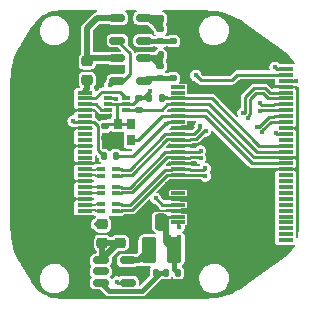
<source format=gtl>
%TF.GenerationSoftware,KiCad,Pcbnew,7.0.9*%
%TF.CreationDate,2024-09-28T05:56:50+08:00*%
%TF.ProjectId,cameraadapt,63616d65-7261-4616-9461-70742e6b6963,rev?*%
%TF.SameCoordinates,Original*%
%TF.FileFunction,Copper,L1,Top*%
%TF.FilePolarity,Positive*%
%FSLAX46Y46*%
G04 Gerber Fmt 4.6, Leading zero omitted, Abs format (unit mm)*
G04 Created by KiCad (PCBNEW 7.0.9) date 2024-09-28 05:56:50*
%MOMM*%
%LPD*%
G01*
G04 APERTURE LIST*
G04 Aperture macros list*
%AMRoundRect*
0 Rectangle with rounded corners*
0 $1 Rounding radius*
0 $2 $3 $4 $5 $6 $7 $8 $9 X,Y pos of 4 corners*
0 Add a 4 corners polygon primitive as box body*
4,1,4,$2,$3,$4,$5,$6,$7,$8,$9,$2,$3,0*
0 Add four circle primitives for the rounded corners*
1,1,$1+$1,$2,$3*
1,1,$1+$1,$4,$5*
1,1,$1+$1,$6,$7*
1,1,$1+$1,$8,$9*
0 Add four rect primitives between the rounded corners*
20,1,$1+$1,$2,$3,$4,$5,0*
20,1,$1+$1,$4,$5,$6,$7,0*
20,1,$1+$1,$6,$7,$8,$9,0*
20,1,$1+$1,$8,$9,$2,$3,0*%
G04 Aperture macros list end*
%TA.AperFunction,SMDPad,CuDef*%
%ADD10RoundRect,0.135000X0.135000X0.185000X-0.135000X0.185000X-0.135000X-0.185000X0.135000X-0.185000X0*%
%TD*%
%TA.AperFunction,SMDPad,CuDef*%
%ADD11R,1.300000X0.300000*%
%TD*%
%TA.AperFunction,SMDPad,CuDef*%
%ADD12R,2.200000X1.800000*%
%TD*%
%TA.AperFunction,SMDPad,CuDef*%
%ADD13R,0.800000X0.900000*%
%TD*%
%TA.AperFunction,SMDPad,CuDef*%
%ADD14RoundRect,0.015000X0.275000X-0.135000X0.275000X0.135000X-0.275000X0.135000X-0.275000X-0.135000X0*%
%TD*%
%TA.AperFunction,SMDPad,CuDef*%
%ADD15RoundRect,0.140000X-0.140000X-0.170000X0.140000X-0.170000X0.140000X0.170000X-0.140000X0.170000X0*%
%TD*%
%TA.AperFunction,SMDPad,CuDef*%
%ADD16RoundRect,0.140000X-0.170000X0.140000X-0.170000X-0.140000X0.170000X-0.140000X0.170000X0.140000X0*%
%TD*%
%TA.AperFunction,SMDPad,CuDef*%
%ADD17RoundRect,0.135000X-0.185000X0.135000X-0.185000X-0.135000X0.185000X-0.135000X0.185000X0.135000X0*%
%TD*%
%TA.AperFunction,SMDPad,CuDef*%
%ADD18RoundRect,0.135000X0.185000X-0.135000X0.185000X0.135000X-0.185000X0.135000X-0.185000X-0.135000X0*%
%TD*%
%TA.AperFunction,SMDPad,CuDef*%
%ADD19RoundRect,0.250000X-0.375000X-0.850000X0.375000X-0.850000X0.375000X0.850000X-0.375000X0.850000X0*%
%TD*%
%TA.AperFunction,SMDPad,CuDef*%
%ADD20RoundRect,0.150000X0.512500X0.150000X-0.512500X0.150000X-0.512500X-0.150000X0.512500X-0.150000X0*%
%TD*%
%TA.AperFunction,SMDPad,CuDef*%
%ADD21R,0.700000X0.340000*%
%TD*%
%TA.AperFunction,SMDPad,CuDef*%
%ADD22RoundRect,0.225000X0.250000X-0.225000X0.250000X0.225000X-0.250000X0.225000X-0.250000X-0.225000X0*%
%TD*%
%TA.AperFunction,SMDPad,CuDef*%
%ADD23RoundRect,0.250000X0.250000X0.475000X-0.250000X0.475000X-0.250000X-0.475000X0.250000X-0.475000X0*%
%TD*%
%TA.AperFunction,SMDPad,CuDef*%
%ADD24RoundRect,0.150000X-0.512500X-0.150000X0.512500X-0.150000X0.512500X0.150000X-0.512500X0.150000X0*%
%TD*%
%TA.AperFunction,SMDPad,CuDef*%
%ADD25RoundRect,0.218750X0.256250X-0.218750X0.256250X0.218750X-0.256250X0.218750X-0.256250X-0.218750X0*%
%TD*%
%TA.AperFunction,SMDPad,CuDef*%
%ADD26RoundRect,0.135000X-0.135000X-0.185000X0.135000X-0.185000X0.135000X0.185000X-0.135000X0.185000X0*%
%TD*%
%TA.AperFunction,SMDPad,CuDef*%
%ADD27RoundRect,0.218750X-0.256250X0.218750X-0.256250X-0.218750X0.256250X-0.218750X0.256250X0.218750X0*%
%TD*%
%TA.AperFunction,ViaPad*%
%ADD28C,0.450000*%
%TD*%
%TA.AperFunction,Conductor*%
%ADD29C,0.212000*%
%TD*%
%TA.AperFunction,Conductor*%
%ADD30C,0.203200*%
%TD*%
%TA.AperFunction,Conductor*%
%ADD31C,0.254000*%
%TD*%
%TA.AperFunction,Conductor*%
%ADD32C,0.250000*%
%TD*%
%TA.AperFunction,Conductor*%
%ADD33C,0.508000*%
%TD*%
%TA.AperFunction,Conductor*%
%ADD34C,0.381000*%
%TD*%
%TA.AperFunction,Conductor*%
%ADD35C,0.200000*%
%TD*%
G04 APERTURE END LIST*
D10*
%TO.P,R13,1*%
%TO.N,/XSHUTDOWN*%
X-1590000Y-100000D03*
%TO.P,R13,2*%
%TO.N,/EN*%
X-2610000Y-100000D03*
%TD*%
D11*
%TO.P,J5,1,Pin_1*%
%TO.N,+3.3V*%
X-4200001Y5250000D03*
%TO.P,J5,2,Pin_2*%
%TO.N,/SDA*%
X-4200001Y4750000D03*
%TO.P,J5,3,Pin_3*%
%TO.N,/SCL*%
X-4200001Y4250000D03*
%TO.P,J5,4,Pin_4*%
%TO.N,GND*%
X-4200001Y3750000D03*
%TO.P,J5,5,Pin_5*%
%TO.N,unconnected-(J5-Pin_5-Pad5)*%
X-4200001Y3250000D03*
%TO.P,J5,6,Pin_6*%
%TO.N,/EN*%
X-4200001Y2750000D03*
%TO.P,J5,7,Pin_7*%
%TO.N,GND*%
X-4200001Y2250000D03*
%TO.P,J5,8,Pin_8*%
%TO.N,unconnected-(J5-Pin_8-Pad8)*%
X-4200001Y1750000D03*
%TO.P,J5,9,Pin_9*%
%TO.N,unconnected-(J5-Pin_9-Pad9)*%
X-4200001Y1250000D03*
%TO.P,J5,10,Pin_10*%
%TO.N,GND*%
X-4200001Y750000D03*
%TO.P,J5,11,Pin_11*%
%TO.N,unconnected-(J5-Pin_11-Pad11)*%
X-4200001Y250000D03*
%TO.P,J5,12,Pin_12*%
%TO.N,unconnected-(J5-Pin_12-Pad12)*%
X-4200001Y-250000D03*
%TO.P,J5,13,Pin_13*%
%TO.N,GND*%
X-4200001Y-750000D03*
%TO.P,J5,14,Pin_14*%
%TO.N,/MCLK_P*%
X-4200001Y-1250000D03*
%TO.P,J5,15,Pin_15*%
%TO.N,/MCLK_N*%
X-4200001Y-1750000D03*
%TO.P,J5,16,Pin_16*%
%TO.N,GND*%
X-4200001Y-2250000D03*
%TO.P,J5,17,Pin_17*%
%TO.N,/MD1_P*%
X-4200001Y-2750000D03*
%TO.P,J5,18,Pin_18*%
%TO.N,/MD1_N*%
X-4200001Y-3250000D03*
%TO.P,J5,19,Pin_19*%
%TO.N,GND*%
X-4200001Y-3750000D03*
%TO.P,J5,20,Pin_20*%
%TO.N,/MD0_P*%
X-4200001Y-4250000D03*
%TO.P,J5,21,Pin_21*%
%TO.N,/MD0_N*%
X-4200001Y-4750000D03*
%TO.P,J5,22,Pin_22*%
%TO.N,GND*%
X-4200001Y-5250000D03*
D12*
%TO.P,J5,MP,MountPin*%
X-7450001Y7150000D03*
X-7450001Y-7150000D03*
%TD*%
D13*
%TO.P,X1,1,Tri-State*%
%TO.N,+1V8*%
X-1350000Y2600000D03*
%TO.P,X1,2,GND*%
%TO.N,GND*%
X-1350000Y1200000D03*
%TO.P,X1,3,OUT*%
%TO.N,/MCLK*%
X-250000Y1200000D03*
%TO.P,X1,4,VDD*%
%TO.N,+1V8*%
X-250000Y2600000D03*
%TD*%
D14*
%TO.P,L4,1,1*%
%TO.N,/MCLK_N*%
X-2855000Y-1775000D03*
%TO.P,L4,2,2*%
X-1545000Y-1775000D03*
%TO.P,L4,3,3*%
%TO.N,/MCLK_P*%
X-1545000Y-1225000D03*
%TO.P,L4,4,4*%
X-2855000Y-1225000D03*
%TD*%
D15*
%TO.P,C6,1*%
%TO.N,+2V8*%
X2220000Y11500000D03*
%TO.P,C6,2*%
%TO.N,GND*%
X3180000Y11500000D03*
%TD*%
D16*
%TO.P,C4,1*%
%TO.N,Net-(U3-VIN)*%
X-2800000Y11580000D03*
%TO.P,C4,2*%
%TO.N,GND*%
X-2800000Y10620000D03*
%TD*%
D14*
%TO.P,L3,1,1*%
%TO.N,/MD1_N*%
X-2855000Y-3275000D03*
%TO.P,L3,2,2*%
X-1545000Y-3275000D03*
%TO.P,L3,3,3*%
%TO.N,/MD1_P*%
X-1545000Y-2725000D03*
%TO.P,L3,4,4*%
X-2855000Y-2725000D03*
%TD*%
D17*
%TO.P,R7,1*%
%TO.N,+1V8*%
X400000Y4810000D03*
%TO.P,R7,2*%
%TO.N,/SCL_1V8*%
X400000Y3790000D03*
%TD*%
D18*
%TO.P,R4,1*%
%TO.N,Net-(U3-SENSE{slash}ADJ)*%
X3300000Y9590000D03*
%TO.P,R4,2*%
%TO.N,GND*%
X3300000Y10610000D03*
%TD*%
D17*
%TO.P,R3,1*%
%TO.N,+2V8*%
X2200000Y10610000D03*
%TO.P,R3,2*%
%TO.N,Net-(U3-SENSE{slash}ADJ)*%
X2200000Y9590000D03*
%TD*%
D16*
%TO.P,C3,1*%
%TO.N,+1V8*%
X-2500000Y2380000D03*
%TO.P,C3,2*%
%TO.N,GND*%
X-2500000Y1420000D03*
%TD*%
D19*
%TO.P,L6,1,1*%
%TO.N,Net-(U1-LX)*%
X1225000Y-8100000D03*
%TO.P,L6,2,2*%
%TO.N,+1V2*%
X3375000Y-8100000D03*
%TD*%
D20*
%TO.P,U1,1,EN*%
%TO.N,/EN*%
X-562500Y-10850000D03*
%TO.P,U1,2,GND*%
%TO.N,GND*%
X-562500Y-9900000D03*
%TO.P,U1,3,LX*%
%TO.N,Net-(U1-LX)*%
X-562500Y-8950000D03*
%TO.P,U1,4,VIN*%
%TO.N,Net-(U1-VIN)*%
X-2837500Y-8950000D03*
%TO.P,U1,5,PG*%
%TO.N,unconnected-(U1-PG-Pad5)*%
X-2837500Y-9900000D03*
%TO.P,U1,6,FB*%
%TO.N,Net-(U1-FB)*%
X-2837500Y-10850000D03*
%TD*%
D16*
%TO.P,C5,1*%
%TO.N,Net-(U3-VIN)*%
X-2800000Y8180000D03*
%TO.P,C5,2*%
%TO.N,GND*%
X-2800000Y7220000D03*
%TD*%
D17*
%TO.P,R5,1*%
%TO.N,+1V8*%
X2200000Y7510000D03*
%TO.P,R5,2*%
%TO.N,Net-(U4-SENSE{slash}ADJ)*%
X2200000Y6490000D03*
%TD*%
D21*
%TO.P,Q1,1,S1*%
%TO.N,/SCL_1V8*%
X-750000Y3800000D03*
%TO.P,Q1,2,G1*%
%TO.N,+1V8*%
X-750000Y4300000D03*
%TO.P,Q1,3,D2*%
%TO.N,/SDA*%
X-750000Y4800000D03*
%TO.P,Q1,4,S2*%
%TO.N,/SDA_1V8*%
X-2250000Y4800000D03*
%TO.P,Q1,5,G2*%
%TO.N,+1V8*%
X-2250000Y4300000D03*
%TO.P,Q1,6,D1*%
%TO.N,/SCL*%
X-2250000Y3800000D03*
%TD*%
D10*
%TO.P,R1,1*%
%TO.N,+1V2*%
X3700000Y-10000000D03*
%TO.P,R1,2*%
%TO.N,Net-(U1-FB)*%
X2680000Y-10000000D03*
%TD*%
D22*
%TO.P,C1,2*%
%TO.N,GND*%
X-1200000Y-5925000D03*
%TO.P,C1,1*%
%TO.N,Net-(U1-VIN)*%
X-1200000Y-7475000D03*
%TD*%
D11*
%TO.P,J1,1,Pin_1*%
%TO.N,+2V8*%
X12800000Y7250000D03*
%TO.P,J1,2,Pin_2*%
%TO.N,+1V8*%
X12800000Y6750000D03*
%TO.P,J1,3,Pin_3*%
%TO.N,+1V2*%
X12800000Y6250000D03*
%TO.P,J1,4,Pin_4*%
%TO.N,GND*%
X12800000Y5750000D03*
%TO.P,J1,5,Pin_5*%
%TO.N,/MD1_P*%
X12800000Y5250000D03*
%TO.P,J1,6,Pin_6*%
%TO.N,/MD1_N*%
X12800000Y4750000D03*
%TO.P,J1,7,Pin_7*%
%TO.N,/MCLK_P*%
X12800000Y4250000D03*
%TO.P,J1,8,Pin_8*%
%TO.N,/MCLK_N*%
X12800000Y3750000D03*
%TO.P,J1,9,Pin_9*%
%TO.N,/MD0_P*%
X12800000Y3250000D03*
%TO.P,J1,10,Pin_10*%
%TO.N,/MD0_N*%
X12800000Y2750000D03*
%TO.P,J1,11,Pin_11*%
%TO.N,GND*%
X12800000Y2250000D03*
%TO.P,J1,12,Pin_12*%
%TO.N,/XSHUTDOWN*%
X12800000Y1750000D03*
%TO.P,J1,13,Pin_13*%
%TO.N,unconnected-(J1-Pin_13-Pad13)*%
X12800000Y1250000D03*
%TO.P,J1,14,Pin_14*%
%TO.N,/SDA_1V8*%
X12800000Y750000D03*
%TO.P,J1,15,Pin_15*%
%TO.N,/SCL_1V8*%
X12800000Y250000D03*
%TO.P,J1,16,Pin_16*%
%TO.N,GND*%
X12800000Y-250000D03*
%TO.P,J1,17,Pin_17*%
%TO.N,/MCLK*%
X12800000Y-750000D03*
%TO.P,J1,18,Pin_18*%
%TO.N,GND*%
X12800000Y-1250000D03*
%TO.P,J1,19,Pin_19*%
%TO.N,unconnected-(J1-Pin_19-Pad19)*%
X12800000Y-1750000D03*
%TO.P,J1,20,Pin_20*%
%TO.N,unconnected-(J1-Pin_20-Pad20)*%
X12800000Y-2250000D03*
%TO.P,J1,21,Pin_21*%
%TO.N,unconnected-(J1-Pin_21-Pad21)*%
X12800000Y-2750000D03*
%TO.P,J1,22,Pin_22*%
%TO.N,unconnected-(J1-Pin_22-Pad22)*%
X12800000Y-3250000D03*
%TO.P,J1,23,Pin_23*%
%TO.N,unconnected-(J1-Pin_23-Pad23)*%
X12800000Y-3750000D03*
%TO.P,J1,24,Pin_24*%
%TO.N,unconnected-(J1-Pin_24-Pad24)*%
X12800000Y-4250000D03*
%TO.P,J1,25,Pin_25*%
%TO.N,unconnected-(J1-Pin_25-Pad25)*%
X12800000Y-4750000D03*
%TO.P,J1,26,Pin_26*%
%TO.N,unconnected-(J1-Pin_26-Pad26)*%
X12800000Y-5250000D03*
%TO.P,J1,27,Pin_27*%
%TO.N,unconnected-(J1-Pin_27-Pad27)*%
X12800000Y-5750000D03*
%TO.P,J1,28,Pin_28*%
%TO.N,unconnected-(J1-Pin_28-Pad28)*%
X12800000Y-6250000D03*
%TO.P,J1,29,Pin_29*%
%TO.N,unconnected-(J1-Pin_29-Pad29)*%
X12800000Y-6750000D03*
%TO.P,J1,30,Pin_30*%
%TO.N,unconnected-(J1-Pin_30-Pad30)*%
X12800000Y-7250000D03*
D12*
%TO.P,J1,MP,MountPin*%
%TO.N,GND*%
X9550000Y9150000D03*
X9550000Y-9150000D03*
%TD*%
D23*
%TO.P,C2,1*%
%TO.N,+1V2*%
X2250000Y-5700000D03*
%TO.P,C2,2*%
%TO.N,GND*%
X350000Y-5700000D03*
%TD*%
D24*
%TO.P,U4,1,VIN*%
%TO.N,Net-(U3-VIN)*%
X-1437500Y8150000D03*
%TO.P,U4,2,GND*%
%TO.N,GND*%
X-1437500Y7200000D03*
%TO.P,U4,3,EN*%
%TO.N,/EN*%
X-1437500Y6250000D03*
%TO.P,U4,4,SENSE/ADJ*%
%TO.N,Net-(U4-SENSE{slash}ADJ)*%
X837500Y6250000D03*
%TO.P,U4,5,VOUT*%
%TO.N,+1V8*%
X837500Y8150000D03*
%TD*%
D15*
%TO.P,C7,1*%
%TO.N,+1V8*%
X2220000Y8400000D03*
%TO.P,C7,2*%
%TO.N,GND*%
X3180000Y8400000D03*
%TD*%
D18*
%TO.P,R6,1*%
%TO.N,Net-(U4-SENSE{slash}ADJ)*%
X3300000Y6490000D03*
%TO.P,R6,2*%
%TO.N,GND*%
X3300000Y7510000D03*
%TD*%
D10*
%TO.P,R2,1*%
%TO.N,Net-(U1-FB)*%
X1810000Y-10000000D03*
%TO.P,R2,2*%
%TO.N,GND*%
X790000Y-10000000D03*
%TD*%
D14*
%TO.P,L2,1,1*%
%TO.N,/MD0_N*%
X-2855000Y-4775000D03*
%TO.P,L2,2,2*%
X-1545000Y-4775000D03*
%TO.P,L2,3,3*%
%TO.N,/MD0_P*%
X-1545000Y-4225000D03*
%TO.P,L2,4,4*%
X-2855000Y-4225000D03*
%TD*%
D25*
%TO.P,L5,1,1*%
%TO.N,+3.3V*%
X-4000000Y6312500D03*
%TO.P,L5,2,2*%
%TO.N,Net-(U3-VIN)*%
X-4000000Y7887500D03*
%TD*%
D26*
%TO.P,R8,1*%
%TO.N,+1V8*%
X1280000Y4800000D03*
%TO.P,R8,2*%
%TO.N,/SDA_1V8*%
X2300000Y4800000D03*
%TD*%
D11*
%TO.P,J2,1,Pin_1*%
%TO.N,+2V8*%
X3700000Y-5750000D03*
%TO.P,J2,2,Pin_2*%
%TO.N,+1V2*%
X3700000Y-5250000D03*
%TO.P,J2,3,Pin_3*%
%TO.N,GND*%
X3700000Y-4750000D03*
%TO.P,J2,4,Pin_4*%
%TO.N,+1V8*%
X3700000Y-4250000D03*
%TO.P,J2,5,Pin_5*%
%TO.N,GND*%
X3700000Y-3750000D03*
%TO.P,J2,6,Pin_6*%
%TO.N,/RESET*%
X3700000Y-3250000D03*
%TO.P,J2,7,Pin_7*%
%TO.N,GND*%
X3700000Y-2750000D03*
%TO.P,J2,8,Pin_8*%
X3700000Y-2250000D03*
%TO.P,J2,9,Pin_9*%
%TO.N,/MD0_N*%
X3700000Y-1750000D03*
%TO.P,J2,10,Pin_10*%
%TO.N,/MD0_P*%
X3700000Y-1250000D03*
%TO.P,J2,11,Pin_11*%
%TO.N,GND*%
X3700000Y-750000D03*
%TO.P,J2,12,Pin_12*%
%TO.N,/MD1_N*%
X3700000Y-250000D03*
%TO.P,J2,13,Pin_13*%
%TO.N,/MD1_P*%
X3700000Y250000D03*
%TO.P,J2,14,Pin_14*%
%TO.N,GND*%
X3700000Y750000D03*
%TO.P,J2,15,Pin_15*%
%TO.N,/MCLK_N*%
X3700000Y1250000D03*
%TO.P,J2,16,Pin_16*%
%TO.N,/MCLK_P*%
X3700000Y1750000D03*
%TO.P,J2,17,Pin_17*%
%TO.N,GND*%
X3700000Y2250000D03*
%TO.P,J2,18,Pin_18*%
%TO.N,/XSHUTDOWN*%
X3700000Y2750000D03*
%TO.P,J2,19,Pin_19*%
%TO.N,/MCLK*%
X3700000Y3250000D03*
%TO.P,J2,20,Pin_20*%
%TO.N,GND*%
X3700000Y3750000D03*
%TO.P,J2,21,Pin_21*%
%TO.N,/SCL_1V8*%
X3700000Y4250000D03*
%TO.P,J2,22,Pin_22*%
%TO.N,/SDA_1V8*%
X3700000Y4750000D03*
%TO.P,J2,23,Pin_23*%
%TO.N,/FSIN*%
X3700000Y5250000D03*
%TO.P,J2,24,Pin_24*%
%TO.N,/SID*%
X3700000Y5750000D03*
D12*
%TO.P,J2,MP,MountPin*%
%TO.N,GND*%
X6950000Y-7650000D03*
X6950000Y7650000D03*
%TD*%
D27*
%TO.P,L1,1,1*%
%TO.N,+3.3V*%
X-2700000Y-5912500D03*
%TO.P,L1,2,2*%
%TO.N,Net-(U1-VIN)*%
X-2700000Y-7487500D03*
%TD*%
D24*
%TO.P,U3,1,VIN*%
%TO.N,Net-(U3-VIN)*%
X-1437500Y11550000D03*
%TO.P,U3,2,GND*%
%TO.N,GND*%
X-1437500Y10600000D03*
%TO.P,U3,3,EN*%
%TO.N,/EN*%
X-1437500Y9650000D03*
%TO.P,U3,4,SENSE/ADJ*%
%TO.N,Net-(U3-SENSE{slash}ADJ)*%
X837500Y9650000D03*
%TO.P,U3,5,VOUT*%
%TO.N,+2V8*%
X837500Y11550000D03*
%TD*%
D28*
%TO.N,/MD1_N*%
X5600000Y-325000D03*
%TO.N,/MD1_P*%
X5600000Y325000D03*
%TO.N,/MD1_N*%
X9629810Y3070190D03*
%TO.N,/MD1_P*%
X9170190Y3529810D03*
%TO.N,/MCLK_N*%
X6029810Y1970190D03*
%TO.N,/MCLK_P*%
X5570190Y2429810D03*
%TO.N,/MD0_N*%
X6000000Y-1825000D03*
%TO.N,/MD0_P*%
X6000000Y-1175000D03*
X10370190Y2329810D03*
%TO.N,/MD0_N*%
X10829810Y1870190D03*
%TO.N,/MCLK_N*%
X10600000Y3675000D03*
%TO.N,/MCLK_P*%
X10600000Y4325000D03*
%TO.N,GND*%
X-4000000Y11900000D03*
X-4000000Y-11500000D03*
X3800000Y11100000D03*
X-6000000Y-3700000D03*
X-6000000Y-2300000D03*
X-6000000Y-800000D03*
X-6000000Y700000D03*
X11700000Y-1400000D03*
X4500000Y-4700000D03*
X4500000Y2300000D03*
X-5200000Y3800000D03*
X-2900000Y3200000D03*
X-4200000Y-6000000D03*
X-3200000Y-500000D03*
X2800000Y-2500000D03*
X-500000Y-6500000D03*
X600000Y-10600000D03*
X-1700000Y-9400000D03*
X11600000Y6100000D03*
X12000000Y-9000000D03*
X13000000Y-8000000D03*
X13000000Y8000000D03*
X12000000Y9000000D03*
X-2800000Y6600000D03*
X-2800000Y10000000D03*
X-300000Y10200000D03*
X-300000Y11000000D03*
X-2300000Y800000D03*
%TO.N,/XSHUTDOWN*%
X2700000Y2600000D03*
X12000000Y1800000D03*
%TO.N,+1V2*%
X13646000Y6200000D03*
%TO.N,+2V8*%
X1800000Y11200000D03*
X11900000Y7400000D03*
X3800000Y-6100000D03*
%TO.N,+1V8*%
X5200000Y6700000D03*
X1800000Y-3700000D03*
X1800000Y7900000D03*
X1300000Y5400000D03*
%TO.N,+1V2*%
X2900000Y-7000000D03*
X3800000Y-7000000D03*
%TO.N,/SDA_1V8*%
X2700000Y4800000D03*
X-1577676Y4745500D03*
%TO.N,+3.3V*%
X-3200000Y-5900000D03*
X-4000000Y5600000D03*
%TO.N,/EN*%
X-1500000Y-10800000D03*
X-2100000Y5900000D03*
X-5181480Y2834815D03*
%TD*%
D29*
%TO.N,/MD0_N*%
X3200000Y-1750000D02*
X3700000Y-1750000D01*
X3156000Y-1706000D02*
X3200000Y-1750000D01*
X2785328Y-1706000D02*
X3156000Y-1706000D01*
X-214672Y-4706000D02*
X2785328Y-1706000D01*
X-1040999Y-4706000D02*
X-214672Y-4706000D01*
X-1109999Y-4775000D02*
X-1040999Y-4706000D01*
X-1545000Y-4775000D02*
X-1109999Y-4775000D01*
%TO.N,/MD0_P*%
X3200000Y-1250000D02*
X3700000Y-1250000D01*
X3156000Y-1294000D02*
X3200000Y-1250000D01*
X2614672Y-1294000D02*
X3156000Y-1294000D01*
X-1545000Y-4225000D02*
X-1109999Y-4225000D01*
X-1040999Y-4294000D02*
X-385328Y-4294000D01*
X-385328Y-4294000D02*
X2614672Y-1294000D01*
X-1109999Y-4225000D02*
X-1040999Y-4294000D01*
%TO.N,/MD1_N*%
X3156000Y-206000D02*
X3200000Y-250000D01*
X2785328Y-206000D02*
X3156000Y-206000D01*
X-214672Y-3206000D02*
X2785328Y-206000D01*
X-1040999Y-3206000D02*
X-214672Y-3206000D01*
X-1109999Y-3275000D02*
X-1040999Y-3206000D01*
X-1545000Y-3275000D02*
X-1109999Y-3275000D01*
%TO.N,/MD1_P*%
X3200000Y250000D02*
X3700000Y250000D01*
X3156000Y206000D02*
X3200000Y250000D01*
X2614672Y206000D02*
X3156000Y206000D01*
X-1040999Y-2794000D02*
X-385328Y-2794000D01*
X-385328Y-2794000D02*
X2614672Y206000D01*
X-1545000Y-2725000D02*
X-1109999Y-2725000D01*
X-1109999Y-2725000D02*
X-1040999Y-2794000D01*
%TO.N,/MD1_N*%
X3200000Y-250000D02*
X3700000Y-250000D01*
%TO.N,/MCLK_N*%
X3156000Y1294000D02*
X3200000Y1250000D01*
X2785328Y1294000D02*
X3156000Y1294000D01*
X-214672Y-1706000D02*
X2785328Y1294000D01*
X-1040999Y-1706000D02*
X-214672Y-1706000D01*
X-1109999Y-1775000D02*
X-1040999Y-1706000D01*
X-1545000Y-1775000D02*
X-1109999Y-1775000D01*
%TO.N,/MCLK_P*%
X3200000Y1750000D02*
X3700000Y1750000D01*
X3156000Y1706000D02*
X3200000Y1750000D01*
X2614672Y1706000D02*
X3156000Y1706000D01*
X-385328Y-1294000D02*
X2614672Y1706000D01*
%TO.N,/MCLK_N*%
X3200000Y1250000D02*
X3700000Y1250000D01*
%TO.N,/MCLK_P*%
X-1545000Y-1225000D02*
X-1109999Y-1225000D01*
X-1109999Y-1225000D02*
X-1040999Y-1294000D01*
X-1040999Y-1294000D02*
X-385328Y-1294000D01*
%TO.N,/MD1_N*%
X4675001Y-250000D02*
X3700000Y-250000D01*
X4719001Y-206000D02*
X4675001Y-250000D01*
%TO.N,/MD1_P*%
X4719001Y206000D02*
X4675001Y250000D01*
X4675001Y250000D02*
X3700000Y250000D01*
%TO.N,/MD1_N*%
X5600000Y-325000D02*
X5481000Y-206000D01*
%TO.N,/MD1_P*%
X5481000Y206000D02*
X4719001Y206000D01*
%TO.N,/MD1_N*%
X5481000Y-206000D02*
X4719001Y-206000D01*
%TO.N,/MD1_P*%
X5600000Y325000D02*
X5481000Y206000D01*
%TO.N,/MD1_N*%
X9629810Y3238482D02*
X9629810Y3070190D01*
X9806000Y3414672D02*
X9629810Y3238482D01*
X9806000Y4714672D02*
X9806000Y3414672D01*
%TO.N,/MD1_P*%
X9394000Y4885328D02*
X9394000Y3585328D01*
X9338482Y3529810D02*
X9170190Y3529810D01*
X9394000Y3585328D02*
X9338482Y3529810D01*
X11824999Y5250000D02*
X11780999Y5206000D01*
X11780999Y5206000D02*
X11485328Y5206000D01*
X12800000Y5250000D02*
X11824999Y5250000D01*
X11485328Y5206000D02*
X11084852Y5606476D01*
X11084852Y5606476D02*
X10115148Y5606476D01*
X10115148Y5606476D02*
X9394000Y4885328D01*
%TO.N,/MD1_N*%
X10285804Y5194476D02*
X9806000Y4714672D01*
X11314672Y4794000D02*
X10914196Y5194476D01*
X11780999Y4794000D02*
X11314672Y4794000D01*
X12800000Y4750000D02*
X11824999Y4750000D01*
X10914196Y5194476D02*
X10285804Y5194476D01*
X11824999Y4750000D02*
X11780999Y4794000D01*
%TO.N,/MCLK_N*%
X5861518Y1970190D02*
X6029810Y1970190D01*
X5185328Y1294000D02*
X5861518Y1970190D01*
X4719001Y1294000D02*
X5185328Y1294000D01*
X4675001Y1250000D02*
X4719001Y1294000D01*
X3700000Y1250000D02*
X4675001Y1250000D01*
%TO.N,/MCLK_P*%
X5570190Y2261518D02*
X5570190Y2429810D01*
X4675001Y1750000D02*
X4719001Y1706000D01*
X5014672Y1706000D02*
X5570190Y2261518D01*
X3700000Y1750000D02*
X4675001Y1750000D01*
X4719001Y1706000D02*
X5014672Y1706000D01*
%TO.N,/MD0_N*%
X4675001Y-1750000D02*
X3700000Y-1750000D01*
X4719001Y-1706000D02*
X4675001Y-1750000D01*
X6000000Y-1825000D02*
X5881000Y-1706000D01*
%TO.N,/MD0_P*%
X4719001Y-1294000D02*
X4675001Y-1250000D01*
%TO.N,/MD0_N*%
X5881000Y-1706000D02*
X4719001Y-1706000D01*
%TO.N,/MD0_P*%
X5881000Y-1294000D02*
X4719001Y-1294000D01*
X4675001Y-1250000D02*
X3700000Y-1250000D01*
X6000000Y-1175000D02*
X5881000Y-1294000D01*
%TO.N,/MD0_N*%
X10829810Y2038482D02*
X10829810Y1870190D01*
X11585328Y2794000D02*
X10829810Y2038482D01*
X11780999Y2794000D02*
X11585328Y2794000D01*
X12800000Y2750000D02*
X11824999Y2750000D01*
%TO.N,/MD0_P*%
X10538482Y2329810D02*
X10370190Y2329810D01*
X11414672Y3206000D02*
X10538482Y2329810D01*
X12800000Y3250000D02*
X11824999Y3250000D01*
X11824999Y3250000D02*
X11780999Y3206000D01*
X11780999Y3206000D02*
X11414672Y3206000D01*
%TO.N,/MD0_N*%
X11824999Y2750000D02*
X11780999Y2794000D01*
%TO.N,/MCLK_N*%
X10719000Y3794000D02*
X10600000Y3675000D01*
X11780999Y3794000D02*
X10719000Y3794000D01*
X11824999Y3750000D02*
X11780999Y3794000D01*
X12800000Y3750000D02*
X11824999Y3750000D01*
%TO.N,/MCLK_P*%
X10719000Y4206000D02*
X10600000Y4325000D01*
X11780999Y4206000D02*
X10719000Y4206000D01*
X11824999Y4250000D02*
X11780999Y4206000D01*
X12800000Y4250000D02*
X11824999Y4250000D01*
D30*
%TO.N,GND*%
X1300000Y-4750000D02*
X350000Y-5700000D01*
X3700000Y-4750000D02*
X1300000Y-4750000D01*
X13798400Y5604800D02*
X13798400Y5100000D01*
X13653200Y5750000D02*
X13798400Y5604800D01*
X12800000Y5750000D02*
X13653200Y5750000D01*
D31*
%TO.N,+1V8*%
X-1350000Y2600000D02*
X-1500000Y2750000D01*
X-1500000Y2750000D02*
X-1500000Y4293500D01*
X-1764901Y4293500D02*
X-1500000Y4293500D01*
X-1500000Y4293500D02*
X-1390451Y4293500D01*
X-1390451Y4293500D02*
X-1383951Y4300000D01*
X-1771401Y4300000D02*
X-1764901Y4293500D01*
X-2250000Y4300000D02*
X-1771401Y4300000D01*
X-1383951Y4300000D02*
X-750000Y4300000D01*
X-2280000Y2600000D02*
X-2500000Y2380000D01*
X-250000Y2600000D02*
X-2280000Y2600000D01*
%TO.N,/SCL_1V8*%
X2750000Y4250000D02*
X3700000Y4250000D01*
X2300000Y3800000D02*
X2750000Y4250000D01*
X-750000Y3800000D02*
X2300000Y3800000D01*
%TO.N,/MCLK*%
X2350000Y3250000D02*
X3700000Y3250000D01*
X300000Y1200000D02*
X2350000Y3250000D01*
X-250000Y1200000D02*
X300000Y1200000D01*
%TO.N,/XSHUTDOWN*%
X2554000Y2600000D02*
X2700000Y2600000D01*
X-146000Y-100000D02*
X2554000Y2600000D01*
X-1590000Y-100000D02*
X-146000Y-100000D01*
%TO.N,/EN*%
X-3100000Y390000D02*
X-2610000Y-100000D01*
X-3100000Y2403999D02*
X-3100000Y390000D01*
X-3446001Y2750000D02*
X-3100000Y2403999D01*
X-4200001Y2750000D02*
X-3446001Y2750000D01*
%TO.N,/XSHUTDOWN*%
X2850000Y2750000D02*
X2700000Y2600000D01*
X3700000Y2750000D02*
X2850000Y2750000D01*
X12050000Y1750000D02*
X12000000Y1800000D01*
X12800000Y1750000D02*
X12050000Y1750000D01*
%TO.N,+1V2*%
X13596000Y6250000D02*
X13646000Y6200000D01*
X12800000Y6250000D02*
X13596000Y6250000D01*
D32*
%TO.N,+1V8*%
X2350000Y-4250000D02*
X1800000Y-3700000D01*
X3700000Y-4250000D02*
X2350000Y-4250000D01*
D31*
%TO.N,+2V8*%
X12050000Y7250000D02*
X11900000Y7400000D01*
D33*
X837500Y11550000D02*
X1260000Y11550000D01*
D31*
X12800000Y7250000D02*
X12050000Y7250000D01*
D33*
X1800000Y11200000D02*
X1800000Y11010000D01*
X2200000Y10610000D02*
X2200000Y11480000D01*
D31*
X3800000Y-6100000D02*
X3700000Y-6000000D01*
D33*
X837500Y11550000D02*
X2170000Y11550000D01*
X1260000Y11550000D02*
X1610000Y11200000D01*
D31*
X3700000Y-6000000D02*
X3700000Y-5750000D01*
D33*
X1800000Y11010000D02*
X2200000Y10610000D01*
X1610000Y11200000D02*
X1800000Y11200000D01*
X2200000Y11480000D02*
X2220000Y11500000D01*
X2170000Y11550000D02*
X2220000Y11500000D01*
%TO.N,+1V8*%
X1800000Y7900000D02*
X1810000Y7900000D01*
X1800000Y7910000D02*
X1800000Y7900000D01*
D31*
X-1250000Y2600000D02*
X-1377000Y2727000D01*
X5200000Y6700000D02*
X5600000Y6300000D01*
X1280000Y4800000D02*
X1280000Y5380000D01*
X400000Y4810000D02*
X710000Y4810000D01*
D33*
X1810000Y7900000D02*
X2200000Y7510000D01*
D31*
X710000Y4810000D02*
X1300000Y5400000D01*
X1280000Y4800000D02*
X424000Y4800000D01*
D33*
X837500Y8150000D02*
X1560000Y8150000D01*
D31*
X8277000Y6300000D02*
X8727000Y6750000D01*
X1280000Y5380000D02*
X1300000Y5400000D01*
D33*
X837500Y8150000D02*
X1970000Y8150000D01*
D31*
X8727000Y6750000D02*
X12800000Y6750000D01*
D33*
X2200000Y8380000D02*
X2220000Y8400000D01*
D31*
X424000Y4800000D02*
X-76000Y4300000D01*
D33*
X1560000Y8150000D02*
X1800000Y7910000D01*
X1970000Y8150000D02*
X2220000Y8400000D01*
D31*
X5600000Y6300000D02*
X8277000Y6300000D01*
X-76000Y4300000D02*
X-750000Y4300000D01*
D33*
X2200000Y7510000D02*
X2200000Y8380000D01*
%TO.N,+1V2*%
X2696000Y-7421000D02*
X2696000Y-5354000D01*
D31*
X2800000Y-5250000D02*
X3700000Y-5250000D01*
X2250000Y-5700000D02*
X2700000Y-5250000D01*
X2700000Y-5250000D02*
X2800000Y-5250000D01*
D34*
X3375000Y-9675000D02*
X3700000Y-10000000D01*
X3375000Y-8100000D02*
X3375000Y-9675000D01*
D33*
X3375000Y-8100000D02*
X2696000Y-7421000D01*
D35*
%TO.N,/MD1_P*%
X-3675000Y-2775000D02*
X-3340001Y-2775000D01*
X-3700000Y-2750000D02*
X-3675000Y-2775000D01*
X-4200000Y-2750000D02*
X-3700000Y-2750000D01*
X-3340001Y-2775000D02*
X-3290001Y-2725000D01*
X-3290001Y-2725000D02*
X-2855000Y-2725000D01*
%TO.N,/MD1_N*%
X-3675000Y-3225000D02*
X-3340001Y-3225000D01*
X-4200000Y-3250000D02*
X-3700000Y-3250000D01*
X-3290001Y-3275000D02*
X-2855000Y-3275000D01*
X-3340001Y-3225000D02*
X-3290001Y-3275000D01*
X-3700000Y-3250000D02*
X-3675000Y-3225000D01*
%TO.N,/MCLK_P*%
X-4200000Y-1250000D02*
X-3700000Y-1250000D01*
X-3340001Y-1275000D02*
X-3290001Y-1225000D01*
X-3700000Y-1250000D02*
X-3675000Y-1275000D01*
X-3290001Y-1225000D02*
X-2855000Y-1225000D01*
X-3675000Y-1275000D02*
X-3340001Y-1275000D01*
%TO.N,/MCLK_N*%
X-3675000Y-1725000D02*
X-3340001Y-1725000D01*
X-4200000Y-1750000D02*
X-3700000Y-1750000D01*
X-3290001Y-1775000D02*
X-2855000Y-1775000D01*
X-3700000Y-1750000D02*
X-3675000Y-1725000D01*
X-3340001Y-1725000D02*
X-3290001Y-1775000D01*
%TO.N,/MD0_P*%
X-3675000Y-4275000D02*
X-3340001Y-4275000D01*
X-3290001Y-4225000D02*
X-2855000Y-4225000D01*
X-3700000Y-4250000D02*
X-3675000Y-4275000D01*
X-4200000Y-4250000D02*
X-3700000Y-4250000D01*
X-3340001Y-4275000D02*
X-3290001Y-4225000D01*
%TO.N,/MD0_N*%
X-3675000Y-4725000D02*
X-3340001Y-4725000D01*
X-4200000Y-4750000D02*
X-3700000Y-4750000D01*
X-3340001Y-4725000D02*
X-3290001Y-4775000D01*
X-3290001Y-4775000D02*
X-2855000Y-4775000D01*
X-3700000Y-4750000D02*
X-3675000Y-4725000D01*
D31*
%TO.N,/SDA_1V8*%
X3700000Y4750000D02*
X2350000Y4750000D01*
X10550000Y750000D02*
X12800000Y750000D01*
X2350000Y4750000D02*
X2300000Y4800000D01*
X-1577676Y4745500D02*
X-1632176Y4800000D01*
X-1632176Y4800000D02*
X-2250000Y4800000D01*
X6550000Y4750000D02*
X10550000Y750000D01*
X3700000Y4750000D02*
X6550000Y4750000D01*
%TO.N,/SCL_1V8*%
X3700000Y4250000D02*
X6350000Y4250000D01*
X6350000Y4250000D02*
X10350000Y250000D01*
X10350000Y250000D02*
X12800000Y250000D01*
%TO.N,/MCLK*%
X9950000Y-750000D02*
X12800000Y-750000D01*
X5950000Y3250000D02*
X9950000Y-750000D01*
X3700000Y3250000D02*
X5950000Y3250000D01*
%TO.N,/SCL*%
X-2796001Y3800000D02*
X-2250000Y3800000D01*
X-3246001Y4250000D02*
X-2796001Y3800000D01*
X-4200001Y4250000D02*
X-3246001Y4250000D01*
%TO.N,/SDA*%
X-1250000Y5300000D02*
X-750000Y4800000D01*
X-3296001Y4750000D02*
X-2746001Y5300000D01*
X-2746001Y5300000D02*
X-1250000Y5300000D01*
X-4200001Y4750000D02*
X-3296001Y4750000D01*
D33*
%TO.N,+3.3V*%
X-3187500Y-5912500D02*
X-3200000Y-5900000D01*
X-4000000Y5600000D02*
X-4000000Y5554001D01*
X-4000000Y6312500D02*
X-4000000Y5600000D01*
X-2700000Y-5912500D02*
X-3187500Y-5912500D01*
X-4000000Y5554001D02*
X-4200001Y5354000D01*
D31*
%TO.N,/EN*%
X-1437500Y6250000D02*
X-1750000Y6250000D01*
X-1437500Y9650000D02*
X-400000Y8612500D01*
X-4200001Y2750000D02*
X-5096665Y2750000D01*
X-1450000Y-10850000D02*
X-1500000Y-10800000D01*
X-1750000Y6250000D02*
X-2100000Y5900000D01*
X-400000Y8612500D02*
X-400000Y6786052D01*
X-400000Y6786052D02*
X-936052Y6250000D01*
X-5096665Y2750000D02*
X-5181480Y2834815D01*
X-562500Y-10850000D02*
X-1450000Y-10850000D01*
X-936052Y6250000D02*
X-1437500Y6250000D01*
D34*
%TO.N,Net-(U3-SENSE{slash}ADJ)*%
X897500Y9590000D02*
X837500Y9650000D01*
X3300000Y9590000D02*
X897500Y9590000D01*
D33*
%TO.N,Net-(U1-VIN)*%
X-1362500Y-7475000D02*
X-2837500Y-8950000D01*
X-1200000Y-7475000D02*
X-1362500Y-7475000D01*
X-1212500Y-7487500D02*
X-1200000Y-7475000D01*
X-2700000Y-7487500D02*
X-2700000Y-8812500D01*
X-2700000Y-8812500D02*
X-2837500Y-8950000D01*
X-2700000Y-7487500D02*
X-1212500Y-7487500D01*
%TO.N,Net-(U3-VIN)*%
X-4000000Y7887500D02*
X-3737500Y8150000D01*
X-1467500Y8180000D02*
X-1437500Y8150000D01*
X-3737500Y8150000D02*
X-1437500Y8150000D01*
X-4000000Y7887500D02*
X-4000000Y10689999D01*
X-4000000Y10689999D02*
X-3139999Y11550000D01*
X-3139999Y11550000D02*
X-1437500Y11550000D01*
D34*
%TO.N,Net-(U1-FB)*%
X1810000Y-10390000D02*
X1810000Y-10000000D01*
X-2147000Y-11540500D02*
X659500Y-11540500D01*
X-2837500Y-10850000D02*
X-2147000Y-11540500D01*
X2200000Y-10000000D02*
X2680000Y-10000000D01*
X1810000Y-10390000D02*
X2200000Y-10000000D01*
X659500Y-11540500D02*
X1810000Y-10390000D01*
%TO.N,Net-(U4-SENSE{slash}ADJ)*%
X1077500Y6490000D02*
X837500Y6250000D01*
X3300000Y6490000D02*
X1077500Y6490000D01*
D33*
%TO.N,Net-(U1-LX)*%
X375000Y-8950000D02*
X1225000Y-8100000D01*
X-562500Y-8950000D02*
X375000Y-8950000D01*
%TD*%
%TA.AperFunction,Conductor*%
%TO.N,GND*%
G36*
X-3155032Y12182187D02*
G01*
X-3129722Y12138350D01*
X-3138512Y12088500D01*
X-3177289Y12055963D01*
X-3197313Y12051689D01*
X-3248341Y12048040D01*
X-3258029Y12044425D01*
X-3273355Y12040513D01*
X-3283595Y12039042D01*
X-3283599Y12039040D01*
X-3331978Y12016946D01*
X-3334419Y12015934D01*
X-3384266Y11997343D01*
X-3392546Y11991144D01*
X-3406152Y11983071D01*
X-3415557Y11978777D01*
X-3455772Y11943929D01*
X-3457799Y11942295D01*
X-3471220Y11932250D01*
X-3482105Y11921364D01*
X-3483059Y11920410D01*
X-3484969Y11918629D01*
X-3525195Y11883775D01*
X-3530785Y11875074D01*
X-3540706Y11862762D01*
X-4312762Y11090706D01*
X-4325074Y11080785D01*
X-4333775Y11075195D01*
X-4368629Y11034969D01*
X-4370409Y11033060D01*
X-4382250Y11021220D01*
X-4392295Y11007799D01*
X-4393929Y11005772D01*
X-4428777Y10965557D01*
X-4428777Y10965556D01*
X-4433070Y10956155D01*
X-4441144Y10942546D01*
X-4447343Y10934266D01*
X-4464603Y10887988D01*
X-4465934Y10884420D01*
X-4466946Y10881978D01*
X-4478573Y10856518D01*
X-4489042Y10833595D01*
X-4490513Y10823355D01*
X-4494425Y10808029D01*
X-4498040Y10798341D01*
X-4501835Y10745265D01*
X-4502111Y10742691D01*
X-4503298Y10734440D01*
X-4504499Y10726089D01*
X-4504500Y10726077D01*
X-4504500Y10709330D01*
X-4504593Y10706712D01*
X-4508389Y10653639D01*
X-4506191Y10643534D01*
X-4504500Y10627805D01*
X-4504500Y8543619D01*
X-4521813Y8496053D01*
X-4534151Y8484381D01*
X-4591472Y8441472D01*
X-4672336Y8333450D01*
X-4719491Y8207022D01*
X-4725500Y8151130D01*
X-4725500Y7623870D01*
X-4719491Y7567978D01*
X-4719489Y7567973D01*
X-4672337Y7441551D01*
X-4672336Y7441550D01*
X-4591472Y7333528D01*
X-4510607Y7272993D01*
X-4483449Y7252663D01*
X-4483448Y7252662D01*
X-4357026Y7205510D01*
X-4357023Y7205509D01*
X-4357022Y7205509D01*
X-4329076Y7202504D01*
X-4301131Y7199500D01*
X-4301130Y7199500D01*
X-3698869Y7199500D01*
X-3642978Y7205509D01*
X-3642973Y7205510D01*
X-3516551Y7252662D01*
X-3516550Y7252663D01*
X-3408528Y7333528D01*
X-3327663Y7441550D01*
X-3327662Y7441551D01*
X-3280510Y7567973D01*
X-3280509Y7567978D01*
X-3279280Y7579411D01*
X-3256982Y7624854D01*
X-3210690Y7645332D01*
X-3205704Y7645500D01*
X-2154196Y7645500D01*
X-2120601Y7637434D01*
X-2075304Y7614354D01*
X-2075303Y7614353D01*
X-1981519Y7599500D01*
X-893479Y7599500D01*
X-893480Y7599501D01*
X-863075Y7604316D01*
X-813386Y7594657D01*
X-781531Y7555318D01*
X-777500Y7531227D01*
X-777500Y6973068D01*
X-794813Y6925502D01*
X-799164Y6920752D01*
X-853444Y6866472D01*
X-897743Y6822173D01*
X-943619Y6800781D01*
X-950069Y6800499D01*
X-1981520Y6800499D01*
X-2046486Y6790210D01*
X-2075304Y6785646D01*
X-2188342Y6728050D01*
X-2278050Y6638342D01*
X-2335646Y6525304D01*
X-2350500Y6431519D01*
X-2350499Y6355187D01*
X-2350499Y6344650D01*
X-2367811Y6297083D01*
X-2384488Y6282398D01*
X-2414589Y6263055D01*
X-2414591Y6263052D01*
X-2414592Y6263052D01*
X-2414618Y6263021D01*
X-2504130Y6159718D01*
X-2560931Y6035342D01*
X-2580390Y5900000D01*
X-2574877Y5861658D01*
X-2560554Y5762031D01*
X-2570922Y5712485D01*
X-2610711Y5681195D01*
X-2633801Y5677500D01*
X-2699180Y5677500D01*
X-2714365Y5679075D01*
X-2730185Y5682392D01*
X-2767154Y5677784D01*
X-2771734Y5677500D01*
X-2777282Y5677500D01*
X-2800451Y5673633D01*
X-2855205Y5666809D01*
X-2855211Y5666805D01*
X-2861084Y5665058D01*
X-2861163Y5665324D01*
X-2864557Y5664237D01*
X-2864467Y5663975D01*
X-2870268Y5661983D01*
X-2870270Y5661983D01*
X-2918808Y5635715D01*
X-2968391Y5611476D01*
X-2968394Y5611472D01*
X-2973387Y5607909D01*
X-2973548Y5608134D01*
X-2976399Y5606009D01*
X-2976229Y5605790D01*
X-2981068Y5602021D01*
X-2981072Y5602020D01*
X-3018446Y5561420D01*
X-3177665Y5402201D01*
X-3223540Y5380810D01*
X-3272435Y5393911D01*
X-3301469Y5435375D01*
X-3302568Y5440091D01*
X-3314035Y5497740D01*
X-3369399Y5580600D01*
X-3369402Y5580603D01*
X-3428708Y5620229D01*
X-3458640Y5661050D01*
X-3455330Y5711560D01*
X-3431945Y5740997D01*
X-3408530Y5758525D01*
X-3327663Y5866550D01*
X-3327662Y5866551D01*
X-3280510Y5992973D01*
X-3280509Y5992978D01*
X-3274500Y6048869D01*
X-3274500Y6576130D01*
X-3280509Y6632021D01*
X-3280510Y6632026D01*
X-3327662Y6758448D01*
X-3327663Y6758449D01*
X-3354181Y6793873D01*
X-3408528Y6866472D01*
X-3516550Y6947336D01*
X-3516551Y6947337D01*
X-3642973Y6994489D01*
X-3642978Y6994491D01*
X-3694219Y7000000D01*
X-3698869Y7000500D01*
X-3698870Y7000500D01*
X-4301130Y7000500D01*
X-4301131Y7000500D01*
X-4305781Y7000000D01*
X-4357022Y6994491D01*
X-4441307Y6963054D01*
X-4483448Y6947337D01*
X-4483448Y6947336D01*
X-4483450Y6947336D01*
X-4591472Y6866472D01*
X-4672336Y6758450D01*
X-4672336Y6758449D01*
X-4672337Y6758448D01*
X-4686256Y6721130D01*
X-4719491Y6632022D01*
X-4725500Y6576130D01*
X-4725500Y6048870D01*
X-4719491Y5992978D01*
X-4719489Y5992973D01*
X-4672337Y5866551D01*
X-4672336Y5866550D01*
X-4599195Y5768845D01*
X-4584550Y5720393D01*
X-4604476Y5673861D01*
X-4649650Y5651023D01*
X-4658436Y5650500D01*
X-4874675Y5650500D01*
X-4947741Y5635966D01*
X-5030602Y5580601D01*
X-5085967Y5497740D01*
X-5100501Y5424674D01*
X-5100501Y5075326D01*
X-5091901Y5032090D01*
X-5088389Y5014437D01*
X-5088389Y4985564D01*
X-5100501Y4924674D01*
X-5100501Y4575326D01*
X-5089208Y4518551D01*
X-5088389Y4514437D01*
X-5088389Y4485564D01*
X-5100501Y4424674D01*
X-5100501Y4075326D01*
X-5085967Y4002260D01*
X-5064956Y3970815D01*
X-5030602Y3919399D01*
X-5030601Y3919398D01*
X-4949869Y3865456D01*
X-4947741Y3864034D01*
X-4874675Y3849500D01*
X-4874673Y3849500D01*
X-3525329Y3849500D01*
X-3525327Y3849500D01*
X-3452261Y3864034D01*
X-3452260Y3864034D01*
X-3445113Y3865456D01*
X-3444572Y3862738D01*
X-3406078Y3864405D01*
X-3376030Y3846164D01*
X-3096042Y3566175D01*
X-3086418Y3554323D01*
X-3077579Y3540793D01*
X-3077574Y3540788D01*
X-3070309Y3535134D01*
X-3048172Y3517904D01*
X-3044738Y3514871D01*
X-3040814Y3510947D01*
X-3021706Y3497303D01*
X-2978153Y3463405D01*
X-2972763Y3460489D01*
X-2972893Y3460248D01*
X-2969720Y3458615D01*
X-2969600Y3458862D01*
X-2964090Y3456168D01*
X-2911194Y3440420D01*
X-2858995Y3422500D01*
X-2858993Y3422500D01*
X-2858990Y3422499D01*
X-2852944Y3421490D01*
X-2852989Y3421219D01*
X-2849458Y3420704D01*
X-2849424Y3420978D01*
X-2843342Y3420219D01*
X-2843341Y3420219D01*
X-2843339Y3420219D01*
X-2788197Y3422500D01*
X-2218718Y3422500D01*
X-2203201Y3425089D01*
X-2125731Y3438017D01*
X-2065557Y3470581D01*
X-2030338Y3479500D01*
X-1951500Y3479500D01*
X-1903934Y3462187D01*
X-1878624Y3418350D01*
X-1877500Y3405500D01*
X-1877500Y3305635D01*
X-1894813Y3258069D01*
X-1910389Y3244105D01*
X-1930601Y3230601D01*
X-1985966Y3147740D01*
X-1997613Y3089187D01*
X-2000500Y3074672D01*
X-2000500Y3051500D01*
X-2017813Y3003934D01*
X-2061650Y2978624D01*
X-2074500Y2977500D01*
X-2233174Y2977500D01*
X-2248359Y2979075D01*
X-2250494Y2979522D01*
X-2264184Y2982393D01*
X-2301161Y2977783D01*
X-2305740Y2977500D01*
X-2311281Y2977500D01*
X-2334428Y2973637D01*
X-2389203Y2966810D01*
X-2389209Y2966806D01*
X-2395082Y2965059D01*
X-2395161Y2965325D01*
X-2398557Y2964237D01*
X-2398467Y2963975D01*
X-2404265Y2961983D01*
X-2404269Y2961983D01*
X-2452808Y2935714D01*
X-2489007Y2918018D01*
X-2521507Y2910499D01*
X-2700735Y2910499D01*
X-2713236Y2908518D01*
X-2792175Y2896017D01*
X-2902391Y2839859D01*
X-2902394Y2839855D01*
X-2907104Y2836435D01*
X-2908503Y2838361D01*
X-2945719Y2820993D01*
X-2994618Y2834078D01*
X-3004518Y2842383D01*
X-3145959Y2983824D01*
X-3155583Y2995675D01*
X-3156932Y2997740D01*
X-3164425Y3009209D01*
X-3193828Y3032094D01*
X-3197261Y3035126D01*
X-3201186Y3039051D01*
X-3220295Y3052696D01*
X-3268686Y3090360D01*
X-3267224Y3092238D01*
X-3294307Y3122746D01*
X-3299501Y3149982D01*
X-3299501Y3424672D01*
X-3302053Y3437500D01*
X-3314035Y3497740D01*
X-3335463Y3529810D01*
X-3369399Y3580600D01*
X-3369400Y3580601D01*
X-3382250Y3589187D01*
X-3452261Y3635966D01*
X-3525327Y3650500D01*
X-4874675Y3650500D01*
X-4947741Y3635966D01*
X-5030602Y3580601D01*
X-5085967Y3497740D01*
X-5098155Y3436467D01*
X-5100501Y3424672D01*
X-5100501Y3384315D01*
X-5117814Y3336749D01*
X-5161651Y3311439D01*
X-5174501Y3310315D01*
X-5249849Y3310315D01*
X-5310557Y3292489D01*
X-5381041Y3271793D01*
X-5496069Y3197870D01*
X-5585610Y3094533D01*
X-5642411Y2970157D01*
X-5661870Y2834815D01*
X-5642411Y2699473D01*
X-5585610Y2575097D01*
X-5496069Y2471760D01*
X-5496065Y2471757D01*
X-5455503Y2445690D01*
X-5381041Y2397837D01*
X-5381040Y2397836D01*
X-5249849Y2359315D01*
X-5249847Y2359315D01*
X-5113112Y2359315D01*
X-5096371Y2364231D01*
X-5078417Y2369502D01*
X-5057571Y2372500D01*
X-4982860Y2372500D01*
X-4955551Y2364231D01*
X-4954478Y2366824D01*
X-4947742Y2364034D01*
X-4924017Y2359315D01*
X-4874675Y2349500D01*
X-3610018Y2349500D01*
X-3562452Y2332187D01*
X-3557692Y2327825D01*
X-3506693Y2276825D01*
X-3485301Y2230949D01*
X-3498402Y2182055D01*
X-3539867Y2153021D01*
X-3559019Y2150500D01*
X-4874675Y2150500D01*
X-4947741Y2135966D01*
X-5030602Y2080601D01*
X-5085967Y1997740D01*
X-5100501Y1924674D01*
X-5100501Y1575326D01*
X-5092124Y1533211D01*
X-5088389Y1514437D01*
X-5088389Y1485564D01*
X-5100501Y1424674D01*
X-5100501Y1075326D01*
X-5085967Y1002260D01*
X-5034127Y924674D01*
X-5030602Y919399D01*
X-5030601Y919398D01*
X-4947741Y864034D01*
X-4874675Y849500D01*
X-4874673Y849500D01*
X-3551500Y849500D01*
X-3503934Y832187D01*
X-3478624Y788350D01*
X-3477500Y775500D01*
X-3477500Y724500D01*
X-3494813Y676934D01*
X-3538650Y651624D01*
X-3551500Y650500D01*
X-4874675Y650500D01*
X-4947741Y635966D01*
X-5030602Y580601D01*
X-5085967Y497740D01*
X-5100501Y424674D01*
X-5100501Y424672D01*
X-5100501Y75327D01*
X-5088389Y14437D01*
X-5088389Y-14435D01*
X-5100501Y-75326D01*
X-5100501Y-424674D01*
X-5085967Y-497740D01*
X-5030602Y-580601D01*
X-4947741Y-635966D01*
X-4874675Y-650500D01*
X-4874673Y-650500D01*
X-3525329Y-650500D01*
X-3525327Y-650500D01*
X-3452261Y-635966D01*
X-3369400Y-580601D01*
X-3363659Y-572010D01*
X-3314035Y-497740D01*
X-3313081Y-492946D01*
X-3299501Y-424674D01*
X-3299501Y-123016D01*
X-3282188Y-75450D01*
X-3238351Y-50140D01*
X-3188501Y-58930D01*
X-3173175Y-70690D01*
X-3152174Y-91691D01*
X-3130782Y-137567D01*
X-3130500Y-144017D01*
X-3130500Y-321582D01*
X-3119582Y-396518D01*
X-3063076Y-512102D01*
X-2972102Y-603076D01*
X-2899948Y-638350D01*
X-2856647Y-659519D01*
X-2821518Y-695964D01*
X-2818034Y-746463D01*
X-2847824Y-787387D01*
X-2889148Y-800000D01*
X-3400000Y-800000D01*
X-3409007Y-809007D01*
X-3417313Y-831826D01*
X-3461150Y-857136D01*
X-3488436Y-856838D01*
X-3507466Y-853052D01*
X-3525327Y-849500D01*
X-4874675Y-849500D01*
X-4947741Y-864034D01*
X-5024440Y-915282D01*
X-5030602Y-919399D01*
X-5085967Y-1002260D01*
X-5100501Y-1075326D01*
X-5100501Y-1075327D01*
X-5100501Y-1424672D01*
X-5088389Y-1485563D01*
X-5088389Y-1514435D01*
X-5100501Y-1575326D01*
X-5100501Y-1924674D01*
X-5085967Y-1997740D01*
X-5030602Y-2080601D01*
X-4947741Y-2135966D01*
X-4874675Y-2150500D01*
X-4874673Y-2150500D01*
X-3525330Y-2150500D01*
X-3525327Y-2150500D01*
X-3488434Y-2143161D01*
X-3438408Y-2150861D01*
X-3405032Y-2188917D01*
X-3400000Y-2215739D01*
X-3400000Y-2284260D01*
X-3417313Y-2331826D01*
X-3461150Y-2357136D01*
X-3488436Y-2356838D01*
X-3507466Y-2353052D01*
X-3525327Y-2349500D01*
X-4874675Y-2349500D01*
X-4947741Y-2364034D01*
X-5012244Y-2407133D01*
X-5030602Y-2419399D01*
X-5085967Y-2502260D01*
X-5088389Y-2514437D01*
X-5100501Y-2575327D01*
X-5100501Y-2924672D01*
X-5088389Y-2985563D01*
X-5088389Y-3014435D01*
X-5100501Y-3075326D01*
X-5100501Y-3424674D01*
X-5085967Y-3497740D01*
X-5030602Y-3580601D01*
X-4947741Y-3635966D01*
X-4874675Y-3650500D01*
X-4874673Y-3650500D01*
X-3525330Y-3650500D01*
X-3525327Y-3650500D01*
X-3488434Y-3643161D01*
X-3438408Y-3650861D01*
X-3405032Y-3688917D01*
X-3400000Y-3715739D01*
X-3400000Y-3784260D01*
X-3417313Y-3831826D01*
X-3461150Y-3857136D01*
X-3488436Y-3856838D01*
X-3508606Y-3852826D01*
X-3525327Y-3849500D01*
X-4874675Y-3849500D01*
X-4913319Y-3857187D01*
X-4947741Y-3864034D01*
X-5024307Y-3915193D01*
X-5030602Y-3919399D01*
X-5085967Y-4002260D01*
X-5100501Y-4075326D01*
X-5100501Y-4424674D01*
X-5088389Y-4485563D01*
X-5088389Y-4514435D01*
X-5100501Y-4575326D01*
X-5100501Y-4924674D01*
X-5085967Y-4997740D01*
X-5030602Y-5080601D01*
X-4947741Y-5135966D01*
X-4874675Y-5150500D01*
X-4874673Y-5150500D01*
X-3525330Y-5150500D01*
X-3525327Y-5150500D01*
X-3488434Y-5143161D01*
X-3438408Y-5150861D01*
X-3405032Y-5188917D01*
X-3403634Y-5196365D01*
X-3400000Y-5200000D01*
X-3302037Y-5200000D01*
X-3254471Y-5217313D01*
X-3229161Y-5261150D01*
X-3237951Y-5311000D01*
X-3257687Y-5333237D01*
X-3291472Y-5358528D01*
X-3291474Y-5358531D01*
X-3315234Y-5390270D01*
X-3357599Y-5417974D01*
X-3358743Y-5418233D01*
X-3378119Y-5422448D01*
X-3378120Y-5422448D01*
X-3505441Y-5491971D01*
X-3505442Y-5491972D01*
X-3505445Y-5491974D01*
X-3608026Y-5594555D01*
X-3608027Y-5594557D01*
X-3608028Y-5594558D01*
X-3608029Y-5594560D01*
X-3677550Y-5721877D01*
X-3677550Y-5721879D01*
X-3677552Y-5721882D01*
X-3708389Y-5863640D01*
X-3698040Y-6008342D01*
X-3698039Y-6008344D01*
X-3698039Y-6008345D01*
X-3663855Y-6099998D01*
X-3647343Y-6144267D01*
X-3583886Y-6229034D01*
X-3582399Y-6231175D01*
X-3572696Y-6246275D01*
X-3532485Y-6281116D01*
X-3530574Y-6282895D01*
X-3518721Y-6294750D01*
X-3505300Y-6304795D01*
X-3503273Y-6306429D01*
X-3463058Y-6341277D01*
X-3453653Y-6345571D01*
X-3440047Y-6353644D01*
X-3431767Y-6359843D01*
X-3386069Y-6376886D01*
X-3381916Y-6378436D01*
X-3379488Y-6379441D01*
X-3361921Y-6387463D01*
X-3333424Y-6410428D01*
X-3291472Y-6466472D01*
X-3183450Y-6547336D01*
X-3183448Y-6547336D01*
X-3183448Y-6547337D01*
X-3176308Y-6550000D01*
X-3057022Y-6594491D01*
X-3006076Y-6599968D01*
X-3001131Y-6600500D01*
X-3001130Y-6600500D01*
X-2398869Y-6600500D01*
X-2393443Y-6599916D01*
X-2342978Y-6594491D01*
X-2291594Y-6575326D01*
X-2216551Y-6547337D01*
X-2216550Y-6547336D01*
X-2196793Y-6532546D01*
X-2108528Y-6466472D01*
X-2027664Y-6358450D01*
X-2027663Y-6358449D01*
X-2027662Y-6358448D01*
X-1980510Y-6232026D01*
X-1980509Y-6232021D01*
X-1980420Y-6231198D01*
X-1974500Y-6176130D01*
X-1974500Y-5648870D01*
X-1980509Y-5592978D01*
X-1980510Y-5592973D01*
X-2027662Y-5466551D01*
X-2027663Y-5466550D01*
X-2108528Y-5358528D01*
X-2142311Y-5333238D01*
X-2170013Y-5290875D01*
X-2164004Y-5240614D01*
X-2127093Y-5205975D01*
X-2097963Y-5200000D01*
X-1000000Y-5200000D01*
X-1000000Y-5164921D01*
X-982687Y-5117355D01*
X-961219Y-5099840D01*
X-946806Y-5092040D01*
X-942842Y-5090102D01*
X-901760Y-5070019D01*
X-869260Y-5062500D01*
X-259316Y-5062500D01*
X-244132Y-5064075D01*
X-239821Y-5064978D01*
X-229608Y-5067120D01*
X-194821Y-5062783D01*
X-190244Y-5062500D01*
X-185139Y-5062500D01*
X-185134Y-5062500D01*
X-163252Y-5058848D01*
X-111543Y-5052403D01*
X-111541Y-5052402D01*
X-111538Y-5052402D01*
X-105664Y-5050653D01*
X-105566Y-5050979D01*
X-103008Y-5050160D01*
X-103119Y-5049838D01*
X-97316Y-5047846D01*
X-51479Y-5023040D01*
X-4654Y-5000149D01*
X339Y-4996584D01*
X537Y-4996861D01*
X2693Y-4995254D01*
X2483Y-4994984D01*
X7317Y-4991220D01*
X7322Y-4991218D01*
X42612Y-4952882D01*
X1212045Y-3783448D01*
X1257920Y-3762057D01*
X1306815Y-3775158D01*
X1335849Y-3816622D01*
X1337617Y-3825244D01*
X1339068Y-3835339D01*
X1339068Y-3835340D01*
X1339069Y-3835342D01*
X1395870Y-3959718D01*
X1485411Y-4063055D01*
X1600439Y-4136978D01*
X1691946Y-4163847D01*
X1731673Y-4175512D01*
X1763151Y-4194188D01*
X2051518Y-4482555D01*
X2061140Y-4494404D01*
X2065522Y-4501110D01*
X2069915Y-4507834D01*
X2069918Y-4507838D01*
X2099154Y-4530594D01*
X2102591Y-4533628D01*
X2106482Y-4537519D01*
X2125483Y-4551085D01*
X2168811Y-4584809D01*
X2168812Y-4584809D01*
X2169936Y-4585417D01*
X2170702Y-4586281D01*
X2173651Y-4588576D01*
X2173224Y-4589123D01*
X2203531Y-4623280D01*
X2204928Y-4673880D01*
X2173474Y-4713540D01*
X2134719Y-4724500D01*
X1952127Y-4724500D01*
X1892514Y-4730909D01*
X1757670Y-4781202D01*
X1757669Y-4781203D01*
X1642454Y-4867454D01*
X1556203Y-4982669D01*
X1556202Y-4982670D01*
X1505910Y-5117512D01*
X1505909Y-5117517D01*
X1499500Y-5177126D01*
X1499500Y-6222873D01*
X1505909Y-6282485D01*
X1556202Y-6417329D01*
X1556203Y-6417330D01*
X1561699Y-6424672D01*
X1642454Y-6532546D01*
X1725202Y-6594491D01*
X1761906Y-6621968D01*
X1760936Y-6623262D01*
X1789841Y-6656080D01*
X1791054Y-6706684D01*
X1759455Y-6746229D01*
X1712156Y-6755743D01*
X1712085Y-6756404D01*
X1709990Y-6756178D01*
X1709830Y-6756211D01*
X1709253Y-6756099D01*
X1647873Y-6749500D01*
X802126Y-6749500D01*
X742514Y-6755909D01*
X607670Y-6806202D01*
X607669Y-6806203D01*
X492454Y-6892454D01*
X406203Y-7007669D01*
X406202Y-7007670D01*
X355910Y-7142512D01*
X355909Y-7142517D01*
X349500Y-7202126D01*
X349500Y-8231376D01*
X332187Y-8278942D01*
X327826Y-8283702D01*
X194055Y-8417473D01*
X148179Y-8438865D01*
X108135Y-8431082D01*
X75302Y-8414353D01*
X75303Y-8414353D01*
X-18480Y-8399500D01*
X-1106519Y-8399500D01*
X-1200304Y-8414353D01*
X-1200306Y-8414354D01*
X-1313342Y-8471950D01*
X-1403050Y-8561658D01*
X-1460646Y-8674696D01*
X-1475500Y-8768481D01*
X-1475499Y-8951904D01*
X-1475499Y-9131519D01*
X-1465868Y-9192329D01*
X-1460646Y-9225304D01*
X-1403050Y-9338342D01*
X-1313342Y-9428050D01*
X-1200304Y-9485646D01*
X-1106519Y-9500500D01*
X-18482Y-9500499D01*
X-18480Y-9500499D01*
X75304Y-9485646D01*
X120601Y-9462566D01*
X154197Y-9454500D01*
X312806Y-9454500D01*
X328535Y-9456191D01*
X333772Y-9457330D01*
X338640Y-9458389D01*
X391713Y-9454593D01*
X394333Y-9454500D01*
X411079Y-9454500D01*
X411083Y-9454500D01*
X427692Y-9452111D01*
X430266Y-9451835D01*
X483342Y-9448040D01*
X493030Y-9444425D01*
X508356Y-9440513D01*
X518596Y-9439042D01*
X566997Y-9416937D01*
X569396Y-9415943D01*
X592366Y-9407375D01*
X642980Y-9406975D01*
X644082Y-9407377D01*
X691332Y-9425000D01*
X742517Y-9444091D01*
X802127Y-9450500D01*
X1315670Y-9450499D01*
X1363236Y-9467812D01*
X1388546Y-9511649D01*
X1379756Y-9561499D01*
X1367998Y-9576823D01*
X1356924Y-9587896D01*
X1300418Y-9703481D01*
X1289500Y-9778413D01*
X1289500Y-10221574D01*
X1289501Y-10221593D01*
X1292444Y-10241795D01*
X1282169Y-10291360D01*
X1271543Y-10304787D01*
X498506Y-11077826D01*
X452630Y-11099218D01*
X446180Y-11099500D01*
X424500Y-11099500D01*
X376934Y-11082187D01*
X351624Y-11038350D01*
X350500Y-11025500D01*
X350499Y-10668480D01*
X335646Y-10574695D01*
X335645Y-10574693D01*
X278049Y-10461657D01*
X188343Y-10371951D01*
X188342Y-10371950D01*
X75304Y-10314354D01*
X75302Y-10314353D01*
X75301Y-10314353D01*
X-18480Y-10299500D01*
X-1106519Y-10299500D01*
X-1200303Y-10314353D01*
X-1271295Y-10350525D01*
X-1321537Y-10356693D01*
X-1325738Y-10355593D01*
X-1431633Y-10324500D01*
X-1568367Y-10324500D01*
X-1568369Y-10324500D01*
X-1699560Y-10363021D01*
X-1699561Y-10363022D01*
X-1713453Y-10371950D01*
X-1814585Y-10436942D01*
X-1814589Y-10436945D01*
X-1865386Y-10495568D01*
X-1909619Y-10520178D01*
X-1959323Y-10510599D01*
X-1987245Y-10480705D01*
X-1996950Y-10461657D01*
X-2031282Y-10427326D01*
X-2052674Y-10381450D01*
X-2039573Y-10332555D01*
X-2031282Y-10322674D01*
X-1996951Y-10288343D01*
X-1991953Y-10278534D01*
X-1939354Y-10175304D01*
X-1939353Y-10175302D01*
X-1939353Y-10175301D01*
X-1924500Y-10081519D01*
X-1924500Y-9718480D01*
X-1939353Y-9624695D01*
X-1939354Y-9624693D01*
X-1996950Y-9511657D01*
X-2031282Y-9477326D01*
X-2052674Y-9431450D01*
X-2039573Y-9382555D01*
X-2031282Y-9372674D01*
X-1996951Y-9338343D01*
X-1996950Y-9338342D01*
X-1939354Y-9225304D01*
X-1939353Y-9225302D01*
X-1939353Y-9225301D01*
X-1924500Y-9131519D01*
X-1924500Y-8781123D01*
X-1907187Y-8733557D01*
X-1902826Y-8728797D01*
X-1371202Y-8197173D01*
X-1325326Y-8175781D01*
X-1318876Y-8175499D01*
X-904516Y-8175499D01*
X-847886Y-8169412D01*
X-719774Y-8121628D01*
X-610313Y-8039687D01*
X-530785Y-7933450D01*
X-528371Y-7930225D01*
X-480588Y-7802115D01*
X-480588Y-7802112D01*
X-474500Y-7745486D01*
X-474500Y-7204515D01*
X-474501Y-7204514D01*
X-480588Y-7147885D01*
X-528371Y-7019774D01*
X-610313Y-6910313D01*
X-719774Y-6828371D01*
X-719773Y-6828371D01*
X-847885Y-6780588D01*
X-904513Y-6774500D01*
X-1495484Y-6774500D01*
X-1495485Y-6774501D01*
X-1552114Y-6780588D01*
X-1680225Y-6828371D01*
X-1680226Y-6828372D01*
X-1789687Y-6910313D01*
X-1821901Y-6953346D01*
X-1864265Y-6981050D01*
X-1881141Y-6983000D01*
X-2034453Y-6983000D01*
X-2082019Y-6965687D01*
X-2093693Y-6953346D01*
X-2108526Y-6933530D01*
X-2108528Y-6933528D01*
X-2216550Y-6852663D01*
X-2216551Y-6852662D01*
X-2342973Y-6805510D01*
X-2342978Y-6805509D01*
X-2398869Y-6799500D01*
X-2398870Y-6799500D01*
X-3001130Y-6799500D01*
X-3001131Y-6799500D01*
X-3029076Y-6802504D01*
X-3057022Y-6805509D01*
X-3057023Y-6805509D01*
X-3057026Y-6805510D01*
X-3183448Y-6852662D01*
X-3183449Y-6852663D01*
X-3183450Y-6852664D01*
X-3291472Y-6933528D01*
X-3370406Y-7038972D01*
X-3372336Y-7041550D01*
X-3372337Y-7041551D01*
X-3409993Y-7142512D01*
X-3419491Y-7167978D01*
X-3425500Y-7223870D01*
X-3425500Y-7751130D01*
X-3419491Y-7807022D01*
X-3403374Y-7850233D01*
X-3373539Y-7930226D01*
X-3372336Y-7933450D01*
X-3291472Y-8041472D01*
X-3234153Y-8084379D01*
X-3206450Y-8126744D01*
X-3204500Y-8143619D01*
X-3204500Y-8325500D01*
X-3221813Y-8373066D01*
X-3265650Y-8398376D01*
X-3278499Y-8399500D01*
X-3381519Y-8399500D01*
X-3475304Y-8414353D01*
X-3475306Y-8414354D01*
X-3588342Y-8471950D01*
X-3678050Y-8561658D01*
X-3735646Y-8674696D01*
X-3750500Y-8768481D01*
X-3750499Y-8951904D01*
X-3750499Y-9131519D01*
X-3740868Y-9192329D01*
X-3735646Y-9225304D01*
X-3678050Y-9338342D01*
X-3656785Y-9359607D01*
X-3643718Y-9372674D01*
X-3622326Y-9418550D01*
X-3635427Y-9467445D01*
X-3643718Y-9477326D01*
X-3678050Y-9511658D01*
X-3735646Y-9624696D01*
X-3750500Y-9718481D01*
X-3750499Y-10081518D01*
X-3735646Y-10175304D01*
X-3678050Y-10288342D01*
X-3652039Y-10314353D01*
X-3643718Y-10322674D01*
X-3622326Y-10368550D01*
X-3635427Y-10417445D01*
X-3643718Y-10427326D01*
X-3678050Y-10461658D01*
X-3735646Y-10574696D01*
X-3750500Y-10668481D01*
X-3750499Y-10885741D01*
X-3750499Y-11031519D01*
X-3742450Y-11082341D01*
X-3735646Y-11125304D01*
X-3678050Y-11238342D01*
X-3588342Y-11328050D01*
X-3475304Y-11385646D01*
X-3381519Y-11400500D01*
X-2941318Y-11400499D01*
X-2893753Y-11417812D01*
X-2889004Y-11422162D01*
X-2679952Y-11631215D01*
X-2477811Y-11833356D01*
X-2475053Y-11836440D01*
X-2450344Y-11867427D01*
X-2402233Y-11900228D01*
X-2355393Y-11934798D01*
X-2355390Y-11934799D01*
X-2350491Y-11937389D01*
X-2350524Y-11937452D01*
X-2345529Y-11939974D01*
X-2345498Y-11939909D01*
X-2340511Y-11942310D01*
X-2340504Y-11942315D01*
X-2284863Y-11959477D01*
X-2229914Y-11978706D01*
X-2229908Y-11978706D01*
X-2224466Y-11979736D01*
X-2224479Y-11979806D01*
X-2218962Y-11980743D01*
X-2218952Y-11980673D01*
X-2213472Y-11981499D01*
X-2213470Y-11981500D01*
X-2155246Y-11981500D01*
X-2097072Y-11983677D01*
X-2097070Y-11983676D01*
X-2097067Y-11983677D01*
X-2097063Y-11983676D01*
X-2091559Y-11983056D01*
X-2091551Y-11983125D01*
X-2079200Y-11981500D01*
X632656Y-11981500D01*
X636802Y-11981733D01*
X676175Y-11986169D01*
X676175Y-11986168D01*
X676176Y-11986169D01*
X733386Y-11975344D01*
X790955Y-11966667D01*
X790956Y-11966666D01*
X790958Y-11966666D01*
X796256Y-11965032D01*
X796277Y-11965100D01*
X801580Y-11963355D01*
X801557Y-11963288D01*
X806794Y-11961455D01*
X806794Y-11961454D01*
X806798Y-11961454D01*
X858272Y-11934248D01*
X910730Y-11908987D01*
X910732Y-11908984D01*
X915311Y-11905864D01*
X915351Y-11905923D01*
X919913Y-11902685D01*
X919871Y-11902628D01*
X924330Y-11899336D01*
X924333Y-11899335D01*
X929747Y-11893921D01*
X965499Y-11858169D01*
X1008179Y-11818568D01*
X1008179Y-11818567D01*
X1008182Y-11818565D01*
X1008183Y-11818562D01*
X1011639Y-11814229D01*
X1011694Y-11814273D01*
X1019273Y-11804393D01*
X2102865Y-10720801D01*
X2105930Y-10718062D01*
X2136927Y-10693344D01*
X2147166Y-10678324D01*
X2155976Y-10667690D01*
X2282347Y-10541319D01*
X2328222Y-10519928D01*
X2367172Y-10527164D01*
X2433482Y-10559582D01*
X2508418Y-10570500D01*
X2508424Y-10570500D01*
X2851576Y-10570500D01*
X2851582Y-10570500D01*
X2926518Y-10559582D01*
X3042102Y-10503076D01*
X3133076Y-10412102D01*
X3133076Y-10412101D01*
X3137412Y-10407766D01*
X3139615Y-10409969D01*
X3171501Y-10388075D01*
X3221885Y-10392946D01*
X3241199Y-10409154D01*
X3242588Y-10407766D01*
X3246924Y-10412102D01*
X3337898Y-10503076D01*
X3453482Y-10559582D01*
X3528418Y-10570500D01*
X3528424Y-10570500D01*
X3871576Y-10570500D01*
X3871582Y-10570500D01*
X3946518Y-10559582D01*
X3953174Y-10556328D01*
X5495709Y-10556328D01*
X5525924Y-10779381D01*
X5525926Y-10779392D01*
X5595481Y-10993460D01*
X5595486Y-10993470D01*
X5702149Y-11191684D01*
X5702150Y-11191685D01*
X5842489Y-11367663D01*
X5842491Y-11367664D01*
X5842492Y-11367666D01*
X6012002Y-11515763D01*
X6012008Y-11515768D01*
X6162378Y-11605609D01*
X6205236Y-11631215D01*
X6415976Y-11710307D01*
X6637453Y-11750500D01*
X6637456Y-11750500D01*
X6806157Y-11750500D01*
X6829972Y-11748356D01*
X6974188Y-11735377D01*
X7191170Y-11675493D01*
X7393973Y-11577829D01*
X7576078Y-11445522D01*
X7731632Y-11282825D01*
X7855635Y-11094968D01*
X7944103Y-10887988D01*
X7994191Y-10668537D01*
X7998405Y-10574698D01*
X8004290Y-10443678D01*
X8004290Y-10443670D01*
X7999725Y-10409969D01*
X7974075Y-10220613D01*
X7904517Y-10006536D01*
X7797852Y-9808319D01*
X7797850Y-9808315D01*
X7797849Y-9808314D01*
X7657510Y-9632336D01*
X7648765Y-9624696D01*
X7487996Y-9484235D01*
X7487995Y-9484234D01*
X7487991Y-9484231D01*
X7294763Y-9368784D01*
X7084027Y-9289694D01*
X7084028Y-9289694D01*
X7084025Y-9289693D01*
X7084024Y-9289693D01*
X6862547Y-9249500D01*
X6693845Y-9249500D01*
X6693843Y-9249500D01*
X6525812Y-9264623D01*
X6308829Y-9324507D01*
X6106024Y-9422172D01*
X5923925Y-9554474D01*
X5768366Y-9717176D01*
X5644363Y-9905034D01*
X5555898Y-10112009D01*
X5555896Y-10112014D01*
X5505808Y-10331466D01*
X5495709Y-10556321D01*
X5495709Y-10556328D01*
X3953174Y-10556328D01*
X4062102Y-10503076D01*
X4153076Y-10412102D01*
X4209582Y-10296518D01*
X4220500Y-10221582D01*
X4220500Y-9778418D01*
X4209582Y-9703482D01*
X4153076Y-9587898D01*
X4062102Y-9496924D01*
X4062101Y-9496923D01*
X4045316Y-9488717D01*
X4010187Y-9452272D01*
X4006704Y-9401773D01*
X4033470Y-9362998D01*
X4107546Y-9307546D01*
X4193796Y-9192331D01*
X4244091Y-9057483D01*
X4250500Y-8997873D01*
X4250499Y-7202128D01*
X4248844Y-7186740D01*
X4255109Y-7148089D01*
X4260931Y-7135342D01*
X4280390Y-7000000D01*
X4260931Y-6864658D01*
X4204130Y-6740282D01*
X4114589Y-6636945D01*
X4114587Y-6636944D01*
X4114585Y-6636941D01*
X4114583Y-6636940D01*
X4076168Y-6612253D01*
X4045512Y-6571973D01*
X4047919Y-6521412D01*
X4076168Y-6487747D01*
X4114583Y-6463059D01*
X4114585Y-6463058D01*
X4114585Y-6463057D01*
X4114589Y-6463055D01*
X4204130Y-6359718D01*
X4260931Y-6235342D01*
X4280390Y-6100000D01*
X4278238Y-6085029D01*
X4288606Y-6035483D01*
X4328396Y-6004193D01*
X4351485Y-6000499D01*
X4359898Y-6000499D01*
X4389213Y-5994669D01*
X4389214Y-5994668D01*
X4389215Y-5994668D01*
X4422454Y-5972459D01*
X4422453Y-5972459D01*
X4422457Y-5972457D01*
X4444669Y-5939213D01*
X4450500Y-5909899D01*
X4450499Y-5590102D01*
X4444669Y-5560787D01*
X4431522Y-5541110D01*
X4419492Y-5491941D01*
X4431523Y-5458888D01*
X4444669Y-5439213D01*
X4450500Y-5409899D01*
X4450499Y-5090102D01*
X4444669Y-5060787D01*
X4444668Y-5060786D01*
X4444668Y-5060784D01*
X4422459Y-5027545D01*
X4422456Y-5027542D01*
X4389213Y-5005331D01*
X4389211Y-5005330D01*
X4371559Y-5001819D01*
X4359899Y-4999500D01*
X4359897Y-4999500D01*
X4018170Y-4999500D01*
X3972718Y-4983896D01*
X3882158Y-4913410D01*
X3882156Y-4913409D01*
X3882155Y-4913408D01*
X3762994Y-4872500D01*
X2888917Y-4872500D01*
X2844570Y-4857740D01*
X2742330Y-4781203D01*
X2742329Y-4781202D01*
X2709167Y-4768834D01*
X2670650Y-4735991D01*
X2662255Y-4686073D01*
X2687912Y-4642437D01*
X2735027Y-4625500D01*
X3731108Y-4625500D01*
X3731114Y-4625500D01*
X3823610Y-4610065D01*
X3933826Y-4550419D01*
X3957796Y-4524379D01*
X4002749Y-4501110D01*
X4012240Y-4500499D01*
X4359898Y-4500499D01*
X4389213Y-4494669D01*
X4389214Y-4494668D01*
X4389215Y-4494668D01*
X4422454Y-4472459D01*
X4422453Y-4472459D01*
X4422457Y-4472457D01*
X4444669Y-4439213D01*
X4450500Y-4409899D01*
X4450499Y-4090102D01*
X4444669Y-4060787D01*
X4444668Y-4060786D01*
X4444668Y-4060784D01*
X4422459Y-4027545D01*
X4422456Y-4027542D01*
X4389213Y-4005331D01*
X4389211Y-4005330D01*
X4371559Y-4001819D01*
X4359899Y-3999500D01*
X4359897Y-3999500D01*
X4014913Y-3999500D01*
X3969461Y-3983896D01*
X3881192Y-3915193D01*
X3881190Y-3915192D01*
X3881189Y-3915191D01*
X3762660Y-3874500D01*
X2536190Y-3874500D01*
X2488624Y-3857187D01*
X2483864Y-3852826D01*
X2289301Y-3658263D01*
X2268380Y-3616468D01*
X2262465Y-3575327D01*
X2260931Y-3564658D01*
X2204130Y-3440282D01*
X2177802Y-3409897D01*
X2949500Y-3409897D01*
X2955331Y-3439215D01*
X2977540Y-3472454D01*
X2977542Y-3472456D01*
X2977543Y-3472457D01*
X3010787Y-3494669D01*
X3040101Y-3500500D01*
X4359898Y-3500499D01*
X4389213Y-3494669D01*
X4389214Y-3494668D01*
X4389215Y-3494668D01*
X4422454Y-3472459D01*
X4422453Y-3472459D01*
X4422457Y-3472457D01*
X4444669Y-3439213D01*
X4450500Y-3409899D01*
X4450499Y-3090102D01*
X4444669Y-3060787D01*
X4444668Y-3060786D01*
X4444668Y-3060784D01*
X4422459Y-3027545D01*
X4422456Y-3027542D01*
X4389213Y-3005331D01*
X4389211Y-3005330D01*
X4371559Y-3001819D01*
X4359899Y-2999500D01*
X4359897Y-2999500D01*
X3040102Y-2999500D01*
X3010784Y-3005331D01*
X2977545Y-3027540D01*
X2977542Y-3027543D01*
X2955331Y-3060786D01*
X2955330Y-3060788D01*
X2949500Y-3090102D01*
X2949500Y-3409897D01*
X2177802Y-3409897D01*
X2114589Y-3336945D01*
X2114585Y-3336942D01*
X2051807Y-3296598D01*
X1999561Y-3263022D01*
X1999560Y-3263021D01*
X1999559Y-3263021D01*
X1912764Y-3237535D01*
X1872002Y-3207522D01*
X1860069Y-3158330D01*
X1881286Y-3114208D01*
X2911321Y-2084174D01*
X2957198Y-2062782D01*
X2963647Y-2062500D01*
X2999996Y-2062500D01*
X3024008Y-2066504D01*
X3024900Y-2066810D01*
X3035598Y-2072316D01*
X3035748Y-2072010D01*
X3041260Y-2074705D01*
X3091217Y-2089577D01*
X3140511Y-2106500D01*
X3146561Y-2107510D01*
X3146505Y-2107843D01*
X3149166Y-2108231D01*
X3149209Y-2107894D01*
X3155288Y-2108651D01*
X3155294Y-2108653D01*
X3207346Y-2106500D01*
X3640511Y-2106500D01*
X4630357Y-2106500D01*
X4645541Y-2108075D01*
X4650839Y-2109185D01*
X4660065Y-2111120D01*
X4694851Y-2106783D01*
X4699429Y-2106500D01*
X4704536Y-2106500D01*
X4704539Y-2106500D01*
X4726420Y-2102848D01*
X4778130Y-2096403D01*
X4778138Y-2096398D01*
X4784009Y-2094652D01*
X4784106Y-2094980D01*
X4786666Y-2094160D01*
X4786555Y-2093837D01*
X4792349Y-2091847D01*
X4792357Y-2091846D01*
X4830102Y-2071418D01*
X4865322Y-2062500D01*
X5542823Y-2062500D01*
X5590389Y-2079813D01*
X5598749Y-2088041D01*
X5685411Y-2188055D01*
X5685413Y-2188057D01*
X5742925Y-2225016D01*
X5800439Y-2261978D01*
X5931631Y-2300500D01*
X5931633Y-2300500D01*
X6068368Y-2300500D01*
X6133964Y-2281239D01*
X6199561Y-2261978D01*
X6314589Y-2188055D01*
X6404130Y-2084718D01*
X6460931Y-1960342D01*
X6480390Y-1825000D01*
X6460931Y-1689658D01*
X6404130Y-1565282D01*
X6389551Y-1548457D01*
X6371487Y-1501175D01*
X6388042Y-1453340D01*
X6389505Y-1451595D01*
X6404130Y-1434718D01*
X6460931Y-1310342D01*
X6480390Y-1175000D01*
X6460931Y-1039658D01*
X6404130Y-915282D01*
X6314589Y-811945D01*
X6314585Y-811942D01*
X6236838Y-761978D01*
X6199561Y-738022D01*
X6199560Y-738021D01*
X6068369Y-699500D01*
X6068367Y-699500D01*
X6065885Y-699500D01*
X6064263Y-698909D01*
X6063131Y-698747D01*
X6063165Y-698510D01*
X6018319Y-682187D01*
X5993009Y-638350D01*
X6001799Y-588500D01*
X6003631Y-585494D01*
X6004126Y-584722D01*
X6004130Y-584718D01*
X6060931Y-460342D01*
X6080390Y-325000D01*
X6060931Y-189658D01*
X6004130Y-65282D01*
X5989551Y-48457D01*
X5971487Y-1175D01*
X5988042Y46660D01*
X5989505Y48404D01*
X6004130Y65282D01*
X6060931Y189658D01*
X6080390Y325000D01*
X6060931Y460342D01*
X6004130Y584718D01*
X5914589Y688055D01*
X5799561Y761978D01*
X5753509Y775500D01*
X5668369Y800500D01*
X5668367Y800500D01*
X5531633Y800500D01*
X5531631Y800500D01*
X5400439Y761978D01*
X5343408Y725327D01*
X5285413Y688057D01*
X5285411Y688055D01*
X5198749Y588041D01*
X5154515Y563430D01*
X5142823Y562500D01*
X4875005Y562500D01*
X4851043Y566487D01*
X4850146Y566794D01*
X4839398Y572321D01*
X4839247Y572012D01*
X4833743Y574701D01*
X4833739Y574705D01*
X4783786Y589576D01*
X4734490Y606500D01*
X4734489Y606500D01*
X4728440Y607510D01*
X4728495Y607843D01*
X4725833Y608231D01*
X4725791Y607894D01*
X4719714Y608650D01*
X4719707Y608653D01*
X4667644Y606500D01*
X3244643Y606500D01*
X3229458Y608074D01*
X3214936Y611120D01*
X3180149Y606783D01*
X3175572Y606500D01*
X3170462Y606500D01*
X3148580Y602848D01*
X3096871Y596403D01*
X3096869Y596402D01*
X3096866Y596402D01*
X3090992Y594653D01*
X3090894Y594981D01*
X3088337Y594162D01*
X3088448Y593839D01*
X3082649Y591848D01*
X3082645Y591846D01*
X3082644Y591846D01*
X3044898Y571418D01*
X3009679Y562500D01*
X2736647Y562500D01*
X2689081Y579813D01*
X2663771Y623650D01*
X2672561Y673500D01*
X2684321Y688826D01*
X2911321Y915826D01*
X2957197Y937218D01*
X2963647Y937500D01*
X2999997Y937500D01*
X3024079Y933472D01*
X3024971Y933165D01*
X3035606Y927687D01*
X3035753Y927988D01*
X3041260Y925295D01*
X3091217Y910422D01*
X3140509Y893499D01*
X3146556Y892491D01*
X3146500Y892157D01*
X3149166Y891768D01*
X3149209Y892106D01*
X3155294Y891347D01*
X3207346Y893500D01*
X3640511Y893500D01*
X4630357Y893500D01*
X4645541Y891925D01*
X4660063Y888880D01*
X4660064Y888880D01*
X4660065Y888880D01*
X4694851Y893216D01*
X4699429Y893500D01*
X4704544Y893500D01*
X4726420Y897150D01*
X4778133Y903597D01*
X4784009Y905347D01*
X4784105Y905022D01*
X4786665Y905842D01*
X4786556Y906163D01*
X4792355Y908153D01*
X4792357Y908154D01*
X4830105Y928582D01*
X4865324Y937500D01*
X5140684Y937500D01*
X5155868Y935925D01*
X5170390Y932880D01*
X5170391Y932880D01*
X5170392Y932880D01*
X5205178Y937216D01*
X5209756Y937500D01*
X5214871Y937500D01*
X5236747Y941150D01*
X5288460Y947597D01*
X5294336Y949347D01*
X5294432Y949022D01*
X5296992Y949842D01*
X5296883Y950163D01*
X5302682Y952153D01*
X5302684Y952154D01*
X5325602Y964556D01*
X5348521Y976959D01*
X5395347Y999851D01*
X5400338Y1003415D01*
X5400534Y1003139D01*
X5402692Y1004748D01*
X5402484Y1005016D01*
X5407322Y1008781D01*
X5424236Y1027156D01*
X5442612Y1047117D01*
X5875312Y1479817D01*
X5921189Y1501209D01*
X5948484Y1498494D01*
X5961441Y1494690D01*
X5961443Y1494690D01*
X6098179Y1494690D01*
X6229370Y1533211D01*
X6229371Y1533212D01*
X6294904Y1575327D01*
X6344395Y1607132D01*
X6344399Y1607135D01*
X6433940Y1710472D01*
X6490741Y1834848D01*
X6510200Y1970190D01*
X6510200Y1975483D01*
X6512420Y1975483D01*
X6521003Y2016577D01*
X6560781Y2047882D01*
X6611375Y2046294D01*
X6636223Y2029911D01*
X9649956Y-983822D01*
X9659579Y-995672D01*
X9668421Y-1009205D01*
X9668424Y-1009209D01*
X9697827Y-1032094D01*
X9701260Y-1035126D01*
X9705185Y-1039051D01*
X9724294Y-1052696D01*
X9767843Y-1086591D01*
X9773234Y-1089508D01*
X9773102Y-1089751D01*
X9776276Y-1091385D01*
X9776398Y-1091137D01*
X9781908Y-1093830D01*
X9781911Y-1093832D01*
X9834806Y-1109579D01*
X9887006Y-1127500D01*
X9887008Y-1127500D01*
X9893056Y-1128510D01*
X9893010Y-1128780D01*
X9896542Y-1129295D01*
X9896577Y-1129022D01*
X9902653Y-1129779D01*
X9902660Y-1129781D01*
X9957804Y-1127500D01*
X12017141Y-1127500D01*
X12044449Y-1135768D01*
X12045523Y-1133176D01*
X12052258Y-1135965D01*
X12052260Y-1135966D01*
X12125326Y-1150500D01*
X12125328Y-1150500D01*
X13474672Y-1150500D01*
X13474674Y-1150500D01*
X13547740Y-1135966D01*
X13630601Y-1080601D01*
X13685966Y-997740D01*
X13700500Y-924674D01*
X13700500Y-575326D01*
X13685966Y-502260D01*
X13630601Y-419399D01*
X13560410Y-372500D01*
X13547740Y-364034D01*
X13474674Y-349500D01*
X12125326Y-349500D01*
X12096736Y-355187D01*
X12052258Y-364034D01*
X12045523Y-366824D01*
X12044449Y-364231D01*
X12017141Y-372500D01*
X10137018Y-372500D01*
X10089452Y-355187D01*
X10084692Y-350826D01*
X9126356Y607510D01*
X6250037Y3483827D01*
X6240417Y3495676D01*
X6239353Y3497304D01*
X6231576Y3509209D01*
X6202164Y3532099D01*
X6198748Y3535116D01*
X6194814Y3539052D01*
X6175705Y3552695D01*
X6165356Y3560750D01*
X6132161Y3586588D01*
X6132158Y3586589D01*
X6132155Y3586592D01*
X6132151Y3586593D01*
X6126764Y3589508D01*
X6126897Y3589754D01*
X6123722Y3591388D01*
X6123600Y3591138D01*
X6118089Y3593832D01*
X6065193Y3609579D01*
X6012994Y3627500D01*
X6012991Y3627500D01*
X6006944Y3628510D01*
X6006989Y3628780D01*
X6003457Y3629295D01*
X6003423Y3629022D01*
X5997347Y3629778D01*
X5997340Y3629781D01*
X5942196Y3627500D01*
X2840018Y3627500D01*
X2792452Y3644813D01*
X2767142Y3688650D01*
X2775932Y3738500D01*
X2787692Y3753826D01*
X2884692Y3850826D01*
X2930568Y3872218D01*
X2937018Y3872500D01*
X3637006Y3872500D01*
X6162983Y3872500D01*
X6210549Y3855187D01*
X6215308Y3850826D01*
X7193634Y2872500D01*
X10049956Y16177D01*
X10059577Y4330D01*
X10068421Y-9206D01*
X10068423Y-9207D01*
X10068424Y-9209D01*
X10068427Y-9211D01*
X10097820Y-32089D01*
X10101261Y-35127D01*
X10105185Y-39051D01*
X10124294Y-52696D01*
X10167843Y-86591D01*
X10173234Y-89508D01*
X10173102Y-89751D01*
X10176276Y-91385D01*
X10176398Y-91137D01*
X10181908Y-93830D01*
X10181911Y-93832D01*
X10234806Y-109579D01*
X10287006Y-127500D01*
X10287008Y-127500D01*
X10293056Y-128510D01*
X10293010Y-128780D01*
X10296542Y-129295D01*
X10296577Y-129022D01*
X10302653Y-129779D01*
X10302660Y-129781D01*
X10357804Y-127500D01*
X12017141Y-127500D01*
X12044449Y-135768D01*
X12045523Y-133176D01*
X12052258Y-135965D01*
X12052260Y-135966D01*
X12125326Y-150500D01*
X12125328Y-150500D01*
X13474672Y-150500D01*
X13474674Y-150500D01*
X13547740Y-135966D01*
X13630601Y-80601D01*
X13685966Y2260D01*
X13700500Y75326D01*
X13700500Y424674D01*
X13688388Y485564D01*
X13688388Y514437D01*
X13698134Y563430D01*
X13700500Y575326D01*
X13700500Y924674D01*
X13688388Y985564D01*
X13688388Y1014437D01*
X13700500Y1075327D01*
X13700500Y1424672D01*
X13698801Y1433211D01*
X13688388Y1485564D01*
X13688388Y1514437D01*
X13692123Y1533211D01*
X13700500Y1575326D01*
X13700500Y1924674D01*
X13685966Y1997740D01*
X13630601Y2080601D01*
X13547740Y2135966D01*
X13474674Y2150500D01*
X13474672Y2150500D01*
X12355854Y2150500D01*
X12315847Y2162247D01*
X12236488Y2213247D01*
X12205832Y2253527D01*
X12208241Y2304089D01*
X12242586Y2341274D01*
X12276495Y2349500D01*
X13474672Y2349500D01*
X13474674Y2349500D01*
X13547740Y2364034D01*
X13555924Y2369502D01*
X13630600Y2419398D01*
X13630601Y2419399D01*
X13661171Y2465151D01*
X13685966Y2502260D01*
X13700500Y2575326D01*
X13700500Y2924674D01*
X13688388Y2985564D01*
X13688388Y3014437D01*
X13692504Y3035126D01*
X13700500Y3075326D01*
X13700500Y3424674D01*
X13688388Y3485564D01*
X13688388Y3514437D01*
X13688475Y3514871D01*
X13700500Y3575326D01*
X13700500Y3924674D01*
X13688388Y3985564D01*
X13688388Y4014437D01*
X13700500Y4075327D01*
X13700500Y4424672D01*
X13688388Y4485563D01*
X13688388Y4514437D01*
X13689207Y4518551D01*
X13700500Y4575326D01*
X13700500Y4924674D01*
X13688388Y4985564D01*
X13688388Y5014437D01*
X13691900Y5032090D01*
X13700500Y5075326D01*
X13700500Y5424674D01*
X13685966Y5497740D01*
X13630601Y5580601D01*
X13629119Y5581591D01*
X13618075Y5588971D01*
X13588143Y5629791D01*
X13591452Y5680302D01*
X13626456Y5716868D01*
X13659186Y5724500D01*
X13714367Y5724500D01*
X13804652Y5751010D01*
X13855169Y5747799D01*
X13891804Y5712868D01*
X13899500Y5680007D01*
X13899500Y-6469550D01*
X13899449Y-6471479D01*
X13885353Y-6740280D01*
X13884797Y-6750885D01*
X13884391Y-6754742D01*
X13840749Y-7030135D01*
X13839942Y-7033931D01*
X13837320Y-7043706D01*
X13808277Y-7085164D01*
X13759380Y-7098254D01*
X13713508Y-7076851D01*
X13693269Y-7038976D01*
X13688387Y-7014430D01*
X13688388Y-6985563D01*
X13692342Y-6965687D01*
X13700500Y-6924674D01*
X13700500Y-6575326D01*
X13688388Y-6514435D01*
X13688388Y-6485563D01*
X13691573Y-6469550D01*
X13700500Y-6424674D01*
X13700500Y-6075326D01*
X13688388Y-6014435D01*
X13688388Y-5985563D01*
X13700500Y-5924672D01*
X13700500Y-5575327D01*
X13688388Y-5514436D01*
X13688388Y-5485562D01*
X13697608Y-5439214D01*
X13700500Y-5424674D01*
X13700500Y-5075326D01*
X13688388Y-5014435D01*
X13688388Y-4985563D01*
X13688720Y-4983896D01*
X13700500Y-4924674D01*
X13700500Y-4575326D01*
X13688388Y-4514435D01*
X13688388Y-4485563D01*
X13700500Y-4424674D01*
X13700500Y-4075326D01*
X13688388Y-4014435D01*
X13688388Y-3985563D01*
X13693529Y-3959718D01*
X13700500Y-3924674D01*
X13700500Y-3575326D01*
X13688388Y-3514435D01*
X13688388Y-3485563D01*
X13697395Y-3440282D01*
X13700500Y-3424674D01*
X13700500Y-3075326D01*
X13688388Y-3014435D01*
X13688388Y-2985563D01*
X13700500Y-2924672D01*
X13700500Y-2575327D01*
X13688388Y-2514437D01*
X13688388Y-2485563D01*
X13700500Y-2424674D01*
X13700500Y-2075326D01*
X13688388Y-2014435D01*
X13688388Y-1985563D01*
X13693405Y-1960342D01*
X13700500Y-1924674D01*
X13700500Y-1575326D01*
X13685966Y-1502260D01*
X13630601Y-1419399D01*
X13547740Y-1364034D01*
X13474674Y-1349500D01*
X12125326Y-1349500D01*
X12076615Y-1359189D01*
X12052259Y-1364034D01*
X11969399Y-1419398D01*
X11969398Y-1419399D01*
X11914034Y-1502259D01*
X11899500Y-1575327D01*
X11899500Y-1924673D01*
X11911611Y-1985564D01*
X11911611Y-2014436D01*
X11899500Y-2075326D01*
X11899500Y-2424673D01*
X11911611Y-2485564D01*
X11911611Y-2514436D01*
X11899500Y-2575326D01*
X11899500Y-2924673D01*
X11911611Y-2985564D01*
X11911611Y-3014436D01*
X11899500Y-3075326D01*
X11899500Y-3424673D01*
X11911611Y-3485564D01*
X11911611Y-3514436D01*
X11899500Y-3575326D01*
X11899500Y-3924673D01*
X11911611Y-3985564D01*
X11911611Y-4014436D01*
X11899500Y-4075326D01*
X11899500Y-4424673D01*
X11911611Y-4485564D01*
X11911611Y-4514436D01*
X11899500Y-4575326D01*
X11899500Y-4924673D01*
X11911611Y-4985564D01*
X11911611Y-5014436D01*
X11901132Y-5067120D01*
X11899500Y-5075326D01*
X11899500Y-5424674D01*
X11902392Y-5439214D01*
X11911612Y-5485562D01*
X11911612Y-5514436D01*
X11899500Y-5575327D01*
X11899500Y-5924673D01*
X11911611Y-5985564D01*
X11911611Y-6014436D01*
X11899500Y-6075326D01*
X11899500Y-6424673D01*
X11911611Y-6485564D01*
X11911611Y-6514436D01*
X11899500Y-6575326D01*
X11899500Y-6924673D01*
X11911611Y-6985564D01*
X11911611Y-7014436D01*
X11899572Y-7074963D01*
X11899500Y-7075326D01*
X11899500Y-7424674D01*
X11914034Y-7497740D01*
X11961663Y-7569024D01*
X11969399Y-7580601D01*
X12052260Y-7635966D01*
X12125326Y-7650500D01*
X12125328Y-7650500D01*
X13474670Y-7650500D01*
X13474674Y-7650500D01*
X13491547Y-7647143D01*
X13541574Y-7654842D01*
X13574951Y-7692899D01*
X13576057Y-7743505D01*
X13571909Y-7753332D01*
X13538352Y-7819153D01*
X13536412Y-7822511D01*
X13384487Y-8056305D01*
X13382207Y-8059441D01*
X13206657Y-8276074D01*
X13204061Y-8278954D01*
X13006829Y-8476030D01*
X13003946Y-8478623D01*
X12786409Y-8654620D01*
X12784871Y-8655799D01*
X12747155Y-8683175D01*
X9441636Y-11082341D01*
X9441620Y-11082354D01*
X9438458Y-11084648D01*
X9438458Y-11084649D01*
X9399940Y-11112606D01*
X9029221Y-11360070D01*
X9026751Y-11361582D01*
X8639027Y-11578519D01*
X8636438Y-11579836D01*
X8232918Y-11765699D01*
X8230234Y-11766810D01*
X7813381Y-11920467D01*
X7810619Y-11921364D01*
X7382993Y-12041870D01*
X7380169Y-12042547D01*
X6944429Y-12129152D01*
X6941561Y-12129606D01*
X6500355Y-12181786D01*
X6497460Y-12182014D01*
X6052080Y-12199500D01*
X-6332282Y-12199500D01*
X-6334367Y-12199441D01*
X-6634813Y-12182494D01*
X-6638957Y-12182025D01*
X-6786746Y-12156804D01*
X-6934546Y-12131580D01*
X-6938602Y-12130651D01*
X-6942213Y-12129606D01*
X-7002063Y-12112284D01*
X-7226651Y-12047283D01*
X-7230585Y-12045900D01*
X-7507425Y-11930674D01*
X-7511179Y-11928857D01*
X-7773314Y-11783226D01*
X-7776839Y-11780998D01*
X-8020923Y-11606824D01*
X-8024176Y-11604214D01*
X-8247138Y-11403686D01*
X-8250077Y-11400727D01*
X-8449065Y-11176409D01*
X-8451652Y-11173138D01*
X-8624773Y-10926988D01*
X-8625931Y-10925237D01*
X-8627510Y-10922698D01*
X-8754042Y-10719344D01*
X-8855473Y-10556330D01*
X-8004290Y-10556330D01*
X-7974075Y-10779387D01*
X-7904517Y-10993464D01*
X-7797852Y-11191681D01*
X-7657508Y-11367666D01*
X-7487996Y-11515765D01*
X-7294764Y-11631215D01*
X-7084024Y-11710307D01*
X-6862547Y-11750500D01*
X-6862544Y-11750500D01*
X-6693843Y-11750500D01*
X-6668211Y-11748192D01*
X-6525812Y-11735377D01*
X-6308830Y-11675493D01*
X-6106027Y-11577829D01*
X-6020600Y-11515763D01*
X-5923925Y-11445525D01*
X-5768366Y-11282823D01*
X-5644363Y-11094965D01*
X-5555898Y-10887990D01*
X-5555896Y-10887985D01*
X-5505808Y-10668533D01*
X-5495709Y-10443678D01*
X-5495710Y-10443670D01*
X-5525924Y-10220618D01*
X-5525926Y-10220607D01*
X-5595481Y-10006539D01*
X-5595486Y-10006529D01*
X-5702149Y-9808315D01*
X-5702150Y-9808314D01*
X-5842489Y-9632336D01*
X-6012002Y-9484236D01*
X-6012008Y-9484231D01*
X-6205236Y-9368784D01*
X-6415972Y-9289694D01*
X-6415971Y-9289694D01*
X-6415975Y-9289693D01*
X-6415976Y-9289693D01*
X-6637453Y-9249500D01*
X-6806155Y-9249500D01*
X-6806157Y-9249500D01*
X-6918177Y-9259582D01*
X-6974188Y-9264623D01*
X-7132283Y-9308255D01*
X-7191170Y-9324507D01*
X-7393975Y-9422172D01*
X-7576074Y-9554474D01*
X-7731633Y-9717176D01*
X-7732494Y-9718481D01*
X-7855635Y-9905032D01*
X-7944103Y-10112012D01*
X-7994191Y-10331463D01*
X-7994191Y-10331466D01*
X-8003569Y-10540282D01*
X-8004290Y-10556330D01*
X-8855473Y-10556330D01*
X-9614193Y-9336959D01*
X-9621941Y-9324507D01*
X-9639187Y-9296787D01*
X-9836177Y-8954180D01*
X-9837381Y-8951904D01*
X-10009496Y-8597626D01*
X-10010540Y-8595272D01*
X-10157615Y-8229874D01*
X-10158492Y-8227453D01*
X-10279809Y-7852708D01*
X-10280516Y-7850233D01*
X-10375489Y-7467963D01*
X-10376023Y-7465444D01*
X-10380667Y-7439016D01*
X-10444188Y-7077503D01*
X-10444544Y-7074963D01*
X-10485576Y-6683219D01*
X-10485755Y-6680650D01*
X-10499500Y-6285714D01*
X-10499500Y6285714D01*
X-10485755Y6680650D01*
X-10485576Y6683219D01*
X-10444544Y7074963D01*
X-10444187Y7077513D01*
X-10443715Y7080199D01*
X-10376020Y7465456D01*
X-10375489Y7467963D01*
X-10280516Y7850233D01*
X-10279809Y7852708D01*
X-10158492Y8227453D01*
X-10157615Y8229874D01*
X-10010540Y8595272D01*
X-10009496Y8597626D01*
X-9837381Y8951904D01*
X-9836177Y8954180D01*
X-9639182Y9296795D01*
X-9624184Y9320899D01*
X-9624182Y9320901D01*
X-8925571Y10443670D01*
X-8004290Y10443670D01*
X-7974075Y10220613D01*
X-7904517Y10006536D01*
X-7849895Y9905032D01*
X-7797850Y9808315D01*
X-7797849Y9808314D01*
X-7725168Y9717176D01*
X-7657508Y9632334D01*
X-7487997Y9484236D01*
X-7487991Y9484231D01*
X-7294763Y9368784D01*
X-7084027Y9289694D01*
X-7084028Y9289694D01*
X-7084025Y9289693D01*
X-7084024Y9289693D01*
X-6862547Y9249500D01*
X-6862544Y9249500D01*
X-6693843Y9249500D01*
X-6525812Y9264623D01*
X-6308829Y9324507D01*
X-6106024Y9422172D01*
X-5923925Y9554474D01*
X-5768366Y9717176D01*
X-5644363Y9905034D01*
X-5555898Y10112009D01*
X-5555896Y10112014D01*
X-5505808Y10331466D01*
X-5495709Y10556321D01*
X-5495710Y10556330D01*
X-5525924Y10779381D01*
X-5525926Y10779392D01*
X-5595481Y10993460D01*
X-5595486Y10993470D01*
X-5702149Y11191684D01*
X-5702150Y11191685D01*
X-5842489Y11367663D01*
X-5882125Y11402292D01*
X-6012004Y11515765D01*
X-6012005Y11515765D01*
X-6012008Y11515768D01*
X-6205236Y11631215D01*
X-6323212Y11675492D01*
X-6415976Y11710307D01*
X-6637453Y11750500D01*
X-6806155Y11750500D01*
X-6806157Y11750500D01*
X-6829972Y11748356D01*
X-6974188Y11735377D01*
X-7191170Y11675493D01*
X-7393973Y11577829D01*
X-7576078Y11445522D01*
X-7731632Y11282825D01*
X-7855635Y11094968D01*
X-7944103Y10887988D01*
X-7994191Y10668537D01*
X-8004290Y10443670D01*
X-8925571Y10443670D01*
X-8625923Y10925248D01*
X-8624773Y10926987D01*
X-8451652Y11173137D01*
X-8449065Y11176408D01*
X-8250076Y11400726D01*
X-8247137Y11403685D01*
X-8024175Y11604213D01*
X-8020922Y11606823D01*
X-7776839Y11780997D01*
X-7773313Y11783225D01*
X-7511181Y11928854D01*
X-7507427Y11930671D01*
X-7230581Y12045900D01*
X-7226647Y12047283D01*
X-6982010Y12118086D01*
X-6938599Y12130650D01*
X-6934546Y12131579D01*
X-6786746Y12156803D01*
X-6638957Y12182024D01*
X-6634813Y12182493D01*
X-6334353Y12199441D01*
X-6332268Y12199500D01*
X-6285739Y12199500D01*
X-3202598Y12199500D01*
X-3155032Y12182187D01*
G37*
%TD.AperFunction*%
%TA.AperFunction,Conductor*%
G36*
X3024008Y-566504D02*
G01*
X3024900Y-566810D01*
X3035598Y-572316D01*
X3035748Y-572010D01*
X3041260Y-574705D01*
X3091217Y-589577D01*
X3140511Y-606500D01*
X3146561Y-607510D01*
X3146505Y-607843D01*
X3149166Y-608231D01*
X3149209Y-607894D01*
X3155288Y-608651D01*
X3155294Y-608653D01*
X3207346Y-606500D01*
X3640511Y-606500D01*
X4630357Y-606500D01*
X4645541Y-608075D01*
X4650839Y-609185D01*
X4660065Y-611120D01*
X4694851Y-606783D01*
X4699429Y-606500D01*
X4704536Y-606500D01*
X4704539Y-606500D01*
X4726420Y-602848D01*
X4778130Y-596403D01*
X4778138Y-596398D01*
X4784009Y-594652D01*
X4784106Y-594980D01*
X4786666Y-594160D01*
X4786555Y-593837D01*
X4792349Y-591847D01*
X4792357Y-591846D01*
X4830102Y-571418D01*
X4865322Y-562500D01*
X5142823Y-562500D01*
X5190389Y-579813D01*
X5198749Y-588041D01*
X5285411Y-688055D01*
X5285413Y-688057D01*
X5342925Y-725016D01*
X5400439Y-761978D01*
X5504379Y-792498D01*
X5545140Y-822510D01*
X5557074Y-871702D01*
X5534596Y-917057D01*
X5488223Y-937351D01*
X5483530Y-937500D01*
X4875003Y-937500D01*
X4850969Y-933488D01*
X4850075Y-933181D01*
X4839395Y-927683D01*
X4839247Y-927988D01*
X4833740Y-925296D01*
X4833739Y-925295D01*
X4833736Y-925294D01*
X4833734Y-925293D01*
X4783786Y-910423D01*
X4734491Y-893499D01*
X4728445Y-892491D01*
X4728500Y-892157D01*
X4725833Y-891768D01*
X4725791Y-892106D01*
X4719708Y-891347D01*
X4719707Y-891347D01*
X4719705Y-891347D01*
X4667644Y-893500D01*
X3244643Y-893500D01*
X3229458Y-891925D01*
X3214936Y-888880D01*
X3180149Y-893216D01*
X3175572Y-893500D01*
X3170454Y-893500D01*
X3148580Y-897150D01*
X3096869Y-903597D01*
X3090993Y-905347D01*
X3090896Y-905022D01*
X3088334Y-905843D01*
X3088444Y-906163D01*
X3082645Y-908153D01*
X3082644Y-908154D01*
X3082642Y-908154D01*
X3082639Y-908156D01*
X3044896Y-928581D01*
X3009677Y-937500D01*
X2736646Y-937500D01*
X2689080Y-920187D01*
X2663770Y-876350D01*
X2672560Y-826500D01*
X2684320Y-811174D01*
X2749032Y-746463D01*
X2911321Y-584174D01*
X2957198Y-562782D01*
X2963647Y-562500D01*
X2999996Y-562500D01*
X3024008Y-566504D01*
G37*
%TD.AperFunction*%
%TA.AperFunction,Conductor*%
G36*
X-1946753Y1984516D02*
G01*
X-1936387Y1973920D01*
X-1935755Y1974553D01*
X-1930600Y1969398D01*
X-1890867Y1942850D01*
X-1847740Y1914034D01*
X-1774674Y1899500D01*
X-1774672Y1899500D01*
X-923008Y1899500D01*
X-875442Y1882187D01*
X-850132Y1838350D01*
X-858922Y1788500D01*
X-861478Y1784388D01*
X-885966Y1747740D01*
X-900500Y1674674D01*
X-900500Y725326D01*
X-885966Y652260D01*
X-847694Y594981D01*
X-830601Y569399D01*
X-830600Y569398D01*
X-826243Y566487D01*
X-747740Y514034D01*
X-674674Y499500D01*
X-259018Y499500D01*
X-211452Y482187D01*
X-186142Y438350D01*
X-194932Y388500D01*
X-206692Y373174D01*
X-280692Y299174D01*
X-326568Y277782D01*
X-333018Y277500D01*
X-1074128Y277500D01*
X-1121694Y294813D01*
X-1134355Y308503D01*
X-1136925Y312103D01*
X-1227897Y403075D01*
X-1227898Y403076D01*
X-1343482Y459582D01*
X-1418418Y470500D01*
X-1761582Y470500D01*
X-1836518Y459582D01*
X-1952102Y403076D01*
X-2030178Y325000D01*
X-2047412Y307766D01*
X-2049615Y309969D01*
X-2081501Y288075D01*
X-2131885Y292946D01*
X-2151199Y309154D01*
X-2152588Y307766D01*
X-2247897Y403075D01*
X-2247898Y403076D01*
X-2363482Y459582D01*
X-2438418Y470500D01*
X-2438424Y470500D01*
X-2615982Y470500D01*
X-2663548Y487813D01*
X-2668308Y492174D01*
X-2700826Y524692D01*
X-2722218Y570568D01*
X-2722500Y577018D01*
X-2722500Y1775500D01*
X-2705187Y1823066D01*
X-2661350Y1848376D01*
X-2648500Y1849500D01*
X-2299265Y1849500D01*
X-2207824Y1863983D01*
X-2207822Y1863983D01*
X-2097608Y1920141D01*
X-2097605Y1920143D01*
X-2041523Y1976225D01*
X-1995647Y1997617D01*
X-1946753Y1984516D01*
G37*
%TD.AperFunction*%
%TA.AperFunction,Conductor*%
G36*
X5210134Y2855187D02*
G01*
X5235444Y2811350D01*
X5226654Y2761500D01*
X5218493Y2750040D01*
X5166063Y2689532D01*
X5166061Y2689530D01*
X5166060Y2689528D01*
X5113906Y2575326D01*
X5109258Y2565149D01*
X5089800Y2429809D01*
X5102693Y2340124D01*
X5092325Y2290578D01*
X5081772Y2277268D01*
X4899957Y2095452D01*
X4854081Y2074060D01*
X4826522Y2076853D01*
X4783786Y2089576D01*
X4734490Y2106500D01*
X4734489Y2106500D01*
X4728440Y2107510D01*
X4728495Y2107843D01*
X4725833Y2108231D01*
X4725791Y2107894D01*
X4719714Y2108650D01*
X4719707Y2108653D01*
X4667644Y2106500D01*
X3244643Y2106500D01*
X3229458Y2108074D01*
X3214936Y2111120D01*
X3180149Y2106783D01*
X3175572Y2106500D01*
X3170462Y2106500D01*
X3148580Y2102848D01*
X3096871Y2096403D01*
X3096869Y2096402D01*
X3096866Y2096402D01*
X3090992Y2094653D01*
X3090894Y2094981D01*
X3088337Y2094162D01*
X3088448Y2093839D01*
X3082649Y2091848D01*
X3082645Y2091846D01*
X3082644Y2091846D01*
X3044898Y2071418D01*
X3009679Y2062500D01*
X2995168Y2062500D01*
X2947602Y2079813D01*
X2922292Y2123650D01*
X2931082Y2173500D01*
X2955161Y2198753D01*
X3014585Y2236942D01*
X3014588Y2236944D01*
X3014618Y2236978D01*
X3104130Y2340282D01*
X3107595Y2344281D01*
X3108988Y2343073D01*
X3143269Y2369162D01*
X3165242Y2372500D01*
X3731281Y2372500D01*
X3824269Y2388017D01*
X3882258Y2419399D01*
X3935067Y2447977D01*
X3935068Y2447978D01*
X3935071Y2447980D01*
X3960516Y2475620D01*
X4005466Y2498889D01*
X4014957Y2499500D01*
X4359897Y2499500D01*
X4389215Y2505331D01*
X4422454Y2527540D01*
X4422457Y2527543D01*
X4444668Y2560786D01*
X4444669Y2560787D01*
X4450500Y2590101D01*
X4450499Y2798500D01*
X4467811Y2846066D01*
X4511649Y2871376D01*
X4524499Y2872500D01*
X5162568Y2872500D01*
X5210134Y2855187D01*
G37*
%TD.AperFunction*%
%TA.AperFunction,Conductor*%
G36*
X6497460Y12182014D02*
G01*
X6500355Y12181786D01*
X6941561Y12129606D01*
X6944429Y12129152D01*
X7380169Y12042547D01*
X7382993Y12041870D01*
X7810619Y11921364D01*
X7813381Y11920467D01*
X8230234Y11766810D01*
X8232918Y11765699D01*
X8636438Y11579836D01*
X8639027Y11578519D01*
X9026751Y11361582D01*
X9029221Y11360070D01*
X9399940Y11112606D01*
X9438458Y11084649D01*
X9438459Y11084648D01*
X12729461Y8696017D01*
X12747157Y8683173D01*
X12784902Y8655777D01*
X12786440Y8654598D01*
X13003947Y8478629D01*
X13006829Y8476035D01*
X13204074Y8278951D01*
X13206670Y8276070D01*
X13382208Y8059454D01*
X13384488Y8056317D01*
X13536424Y7822509D01*
X13538364Y7819151D01*
X13571921Y7753330D01*
X13578102Y7703090D01*
X13550544Y7660631D01*
X13502140Y7645819D01*
X13491566Y7647139D01*
X13474674Y7650500D01*
X13474671Y7650500D01*
X12345912Y7650500D01*
X12298346Y7667813D01*
X12289986Y7676041D01*
X12266548Y7703090D01*
X12214589Y7763055D01*
X12099561Y7836978D01*
X12050148Y7851487D01*
X11968369Y7875500D01*
X11968367Y7875500D01*
X11831633Y7875500D01*
X11831631Y7875500D01*
X11745581Y7850233D01*
X11700439Y7836978D01*
X11585411Y7763055D01*
X11495870Y7659718D01*
X11453175Y7566229D01*
X11439068Y7535339D01*
X11419610Y7400000D01*
X11439068Y7264660D01*
X11441076Y7260263D01*
X11453874Y7232239D01*
X11457885Y7181781D01*
X11428524Y7140548D01*
X11386561Y7127500D01*
X8773826Y7127500D01*
X8758641Y7129075D01*
X8756904Y7129439D01*
X8742816Y7132393D01*
X8705839Y7127783D01*
X8701262Y7127500D01*
X8695719Y7127500D01*
X8672560Y7123635D01*
X8617796Y7116809D01*
X8617794Y7116808D01*
X8611919Y7115059D01*
X8611839Y7115325D01*
X8608444Y7114238D01*
X8608535Y7113976D01*
X8602733Y7111984D01*
X8554187Y7085712D01*
X8504611Y7061476D01*
X8499619Y7057912D01*
X8499458Y7058136D01*
X8496598Y7056003D01*
X8496768Y7055786D01*
X8491929Y7052020D01*
X8454544Y7011409D01*
X8142308Y6699174D01*
X8096431Y6677782D01*
X8089982Y6677500D01*
X5787018Y6677500D01*
X5739452Y6694813D01*
X5734693Y6699174D01*
X5688827Y6745039D01*
X5667905Y6786835D01*
X5665900Y6800781D01*
X5660931Y6835342D01*
X5604130Y6959718D01*
X5514589Y7063055D01*
X5399561Y7136978D01*
X5355829Y7149818D01*
X5268369Y7175500D01*
X5268367Y7175500D01*
X5131633Y7175500D01*
X5131631Y7175500D01*
X5012597Y7140548D01*
X5000439Y7136978D01*
X4885411Y7063055D01*
X4795870Y6959718D01*
X4749639Y6858487D01*
X4739068Y6835339D01*
X4719610Y6700000D01*
X4739068Y6564660D01*
X4739069Y6564658D01*
X4781498Y6471751D01*
X4795871Y6440280D01*
X4853774Y6373455D01*
X4869604Y6355187D01*
X4885414Y6336942D01*
X5000437Y6263023D01*
X5000439Y6263021D01*
X5127669Y6225663D01*
X5159146Y6206987D01*
X5299956Y6066176D01*
X5309576Y6054330D01*
X5318422Y6040792D01*
X5318425Y6040789D01*
X5347822Y6017908D01*
X5351255Y6014877D01*
X5355182Y6010951D01*
X5355188Y6010946D01*
X5357565Y6009249D01*
X5374294Y5997304D01*
X5387789Y5986801D01*
X5417844Y5963407D01*
X5423236Y5960490D01*
X5423106Y5960250D01*
X5426283Y5958615D01*
X5426403Y5958861D01*
X5431915Y5956166D01*
X5484796Y5940423D01*
X5537009Y5922498D01*
X5543051Y5921491D01*
X5543005Y5921220D01*
X5546539Y5920705D01*
X5546574Y5920979D01*
X5552660Y5920220D01*
X5607790Y5922500D01*
X8230174Y5922500D01*
X8245359Y5920925D01*
X8261183Y5917607D01*
X8261184Y5917607D01*
X8298161Y5922216D01*
X8302740Y5922500D01*
X8308286Y5922500D01*
X8331428Y5926362D01*
X8386203Y5933190D01*
X8392079Y5934940D01*
X8392157Y5934675D01*
X8395557Y5935765D01*
X8395468Y5936025D01*
X8401268Y5938016D01*
X8449808Y5964285D01*
X8499387Y5988522D01*
X8504378Y5992086D01*
X8504538Y5991861D01*
X8507399Y5993995D01*
X8507231Y5994212D01*
X8512067Y5997976D01*
X8524012Y6010951D01*
X8549455Y6038590D01*
X8861692Y6350826D01*
X8907569Y6372218D01*
X8914018Y6372500D01*
X11825500Y6372500D01*
X11873066Y6355187D01*
X11898376Y6311350D01*
X11899500Y6298500D01*
X11899500Y6075326D01*
X11904737Y6049000D01*
X11914034Y6002259D01*
X11969398Y5919399D01*
X11969399Y5919398D01*
X12052259Y5864034D01*
X12076615Y5859189D01*
X12125326Y5849500D01*
X13290146Y5849500D01*
X13330153Y5837753D01*
X13409512Y5786753D01*
X13440168Y5746473D01*
X13437759Y5695911D01*
X13403414Y5658726D01*
X13369505Y5650500D01*
X12125326Y5650500D01*
X12052260Y5635966D01*
X12026825Y5618971D01*
X11985713Y5606500D01*
X11869642Y5606500D01*
X11854457Y5608074D01*
X11839935Y5611120D01*
X11805148Y5606783D01*
X11800571Y5606500D01*
X11795461Y5606500D01*
X11773579Y5602848D01*
X11721870Y5596403D01*
X11721868Y5596402D01*
X11721865Y5596402D01*
X11715991Y5594653D01*
X11715893Y5594981D01*
X11713336Y5594162D01*
X11713447Y5593839D01*
X11707648Y5591848D01*
X11707644Y5591846D01*
X11707643Y5591846D01*
X11688693Y5581590D01*
X11638621Y5574178D01*
X11601149Y5594344D01*
X11368499Y5826994D01*
X11358877Y5838846D01*
X11350767Y5851260D01*
X11350764Y5851265D01*
X11323085Y5872807D01*
X11319669Y5875825D01*
X11316049Y5879446D01*
X11310638Y5883308D01*
X11297998Y5892334D01*
X11275430Y5909899D01*
X11256873Y5924343D01*
X11256870Y5924343D01*
X11256868Y5924346D01*
X11251479Y5927263D01*
X11251641Y5927562D01*
X11249247Y5928794D01*
X11249098Y5928488D01*
X11243594Y5931177D01*
X11243590Y5931181D01*
X11193637Y5946052D01*
X11144341Y5962976D01*
X11144340Y5962976D01*
X11138291Y5963986D01*
X11138346Y5964319D01*
X11135684Y5964707D01*
X11135642Y5964370D01*
X11129565Y5965126D01*
X11129558Y5965129D01*
X11077495Y5962976D01*
X10159792Y5962976D01*
X10144608Y5964551D01*
X10140297Y5965454D01*
X10130084Y5967596D01*
X10095297Y5963259D01*
X10090720Y5962976D01*
X10085610Y5962976D01*
X10063728Y5959324D01*
X10012019Y5952879D01*
X10012017Y5952878D01*
X10012014Y5952878D01*
X10006140Y5951129D01*
X10006042Y5951457D01*
X10003485Y5950638D01*
X10003596Y5950315D01*
X9997795Y5948323D01*
X9997793Y5948322D01*
X9997792Y5948322D01*
X9953489Y5924346D01*
X9951950Y5923513D01*
X9905129Y5900624D01*
X9900137Y5897060D01*
X9899939Y5897336D01*
X9897782Y5895727D01*
X9897991Y5895459D01*
X9893154Y5891694D01*
X9857863Y5853358D01*
X9512562Y5508057D01*
X9173484Y5168979D01*
X9161631Y5159354D01*
X9149210Y5151240D01*
X9138760Y5137813D01*
X9130734Y5127500D01*
X9127682Y5123579D01*
X9124644Y5120139D01*
X9121029Y5116524D01*
X9108142Y5098474D01*
X9076134Y5057351D01*
X9073215Y5051957D01*
X9072917Y5052118D01*
X9071684Y5049722D01*
X9071988Y5049574D01*
X9069293Y5044061D01*
X9054423Y4994113D01*
X9037499Y4944818D01*
X9036491Y4938772D01*
X9036156Y4938827D01*
X9035768Y4936163D01*
X9036106Y4936121D01*
X9035347Y4930033D01*
X9037500Y4877970D01*
X9037500Y4041818D01*
X9020187Y3994252D01*
X8984349Y3970816D01*
X8970629Y3966788D01*
X8855601Y3892865D01*
X8766060Y3789528D01*
X8709259Y3665152D01*
X8709258Y3665149D01*
X8689800Y3529810D01*
X8709258Y3394470D01*
X8709259Y3394468D01*
X8747149Y3311500D01*
X8765708Y3270863D01*
X8769719Y3220403D01*
X8740357Y3179170D01*
X8691361Y3166457D01*
X8646069Y3187796D01*
X7758538Y4075327D01*
X6850037Y4983827D01*
X6840417Y4995676D01*
X6840091Y4996173D01*
X6831576Y5009209D01*
X6802164Y5032099D01*
X6798748Y5035116D01*
X6794814Y5039052D01*
X6775705Y5052695D01*
X6763492Y5062201D01*
X6732161Y5086588D01*
X6732158Y5086589D01*
X6732155Y5086592D01*
X6732151Y5086593D01*
X6726764Y5089508D01*
X6726897Y5089754D01*
X6723722Y5091388D01*
X6723600Y5091138D01*
X6718089Y5093832D01*
X6665193Y5109579D01*
X6612994Y5127500D01*
X6612991Y5127500D01*
X6606944Y5128510D01*
X6606989Y5128780D01*
X6603457Y5129295D01*
X6603423Y5129022D01*
X6597347Y5129778D01*
X6597340Y5129781D01*
X6542196Y5127500D01*
X4524500Y5127500D01*
X4476934Y5144813D01*
X4451624Y5188650D01*
X4450500Y5201500D01*
X4450499Y5409897D01*
X4450499Y5409899D01*
X4444669Y5439213D01*
X4431522Y5458888D01*
X4419492Y5508057D01*
X4431522Y5541110D01*
X4443612Y5559205D01*
X4444669Y5560787D01*
X4450500Y5590101D01*
X4450499Y5909898D01*
X4444669Y5939213D01*
X4437035Y5950638D01*
X4422459Y5972454D01*
X4422457Y5972457D01*
X4389213Y5994669D01*
X4359899Y6000500D01*
X3854328Y6000499D01*
X3806763Y6017812D01*
X3781453Y6061649D01*
X3790243Y6111499D01*
X3802003Y6126825D01*
X3803075Y6127897D01*
X3803076Y6127898D01*
X3859582Y6243482D01*
X3870500Y6318418D01*
X3870500Y6661582D01*
X3859582Y6736518D01*
X3803076Y6852102D01*
X3712102Y6943076D01*
X3596518Y6999582D01*
X3521582Y7010500D01*
X3078418Y7010500D01*
X3003482Y6999582D01*
X2887898Y6943076D01*
X2887897Y6943075D01*
X2882390Y6940383D01*
X2881601Y6941995D01*
X2847278Y6931000D01*
X2664830Y6931000D01*
X2617264Y6948313D01*
X2591954Y6992150D01*
X2600744Y7042000D01*
X2612504Y7057326D01*
X2703075Y7147897D01*
X2703076Y7147898D01*
X2759582Y7263482D01*
X2770500Y7338418D01*
X2770500Y7681582D01*
X2759582Y7756518D01*
X2712018Y7853809D01*
X2704500Y7886309D01*
X2704500Y8028202D01*
X2712565Y8061797D01*
X2736017Y8107825D01*
X2742876Y8151130D01*
X2750500Y8199265D01*
X2750499Y8600734D01*
X2736017Y8692175D01*
X2679859Y8802391D01*
X2592391Y8889859D01*
X2485880Y8944129D01*
X2451362Y8981145D01*
X2448712Y9031695D01*
X2479175Y9072121D01*
X2491383Y9077836D01*
X2491355Y9077894D01*
X2496518Y9080418D01*
X2612102Y9136924D01*
X2617610Y9139617D01*
X2618398Y9138004D01*
X2652722Y9149000D01*
X2847278Y9149000D01*
X2881601Y9138004D01*
X2882390Y9139617D01*
X2887897Y9136924D01*
X2887898Y9136924D01*
X2926747Y9117931D01*
X3003481Y9080418D01*
X3078413Y9069500D01*
X3078418Y9069500D01*
X3521586Y9069500D01*
X3596518Y9080418D01*
X3712102Y9136924D01*
X3803075Y9227897D01*
X3803076Y9227898D01*
X3859582Y9343482D01*
X3870500Y9418418D01*
X3870500Y9761582D01*
X3859582Y9836518D01*
X3803076Y9952102D01*
X3712102Y10043076D01*
X3596518Y10099582D01*
X3521582Y10110500D01*
X3078418Y10110500D01*
X3003482Y10099582D01*
X2887898Y10043076D01*
X2887897Y10043075D01*
X2882390Y10040383D01*
X2881601Y10041995D01*
X2847278Y10031000D01*
X2664830Y10031000D01*
X2617264Y10048313D01*
X2591954Y10092150D01*
X2600744Y10142000D01*
X2612504Y10157326D01*
X2703075Y10247897D01*
X2703076Y10247898D01*
X2759582Y10363482D01*
X2770500Y10438418D01*
X2770500Y10443671D01*
X5495709Y10443671D01*
X5525924Y10220618D01*
X5525926Y10220607D01*
X5595481Y10006539D01*
X5595486Y10006529D01*
X5702149Y9808315D01*
X5702150Y9808314D01*
X5842489Y9632336D01*
X6012002Y9484236D01*
X6012008Y9484231D01*
X6205236Y9368784D01*
X6415972Y9289694D01*
X6415971Y9289694D01*
X6415975Y9289693D01*
X6415976Y9289693D01*
X6637453Y9249500D01*
X6637456Y9249500D01*
X6806157Y9249500D01*
X6918177Y9259582D01*
X6974188Y9264623D01*
X7191170Y9324507D01*
X7393973Y9422171D01*
X7393975Y9422172D01*
X7576074Y9554474D01*
X7731633Y9717176D01*
X7855636Y9905034D01*
X7899021Y10006539D01*
X7944103Y10112012D01*
X7994191Y10331463D01*
X7998994Y10438413D01*
X8004290Y10556321D01*
X8004290Y10556330D01*
X7997116Y10609288D01*
X7974075Y10779387D01*
X7904517Y10993464D01*
X7797852Y11191681D01*
X7657508Y11367666D01*
X7487996Y11515765D01*
X7294764Y11631215D01*
X7084024Y11710307D01*
X6862547Y11750500D01*
X6693845Y11750500D01*
X6693843Y11750500D01*
X6668211Y11748192D01*
X6525812Y11735377D01*
X6308830Y11675493D01*
X6106027Y11577829D01*
X6106024Y11577827D01*
X5923925Y11445525D01*
X5768366Y11282823D01*
X5644363Y11094965D01*
X5555898Y10887990D01*
X5555896Y10887985D01*
X5505808Y10668533D01*
X5495709Y10443678D01*
X5495709Y10443671D01*
X2770500Y10443671D01*
X2770500Y10781582D01*
X2759582Y10856518D01*
X2712018Y10953809D01*
X2704500Y10986309D01*
X2704500Y11128202D01*
X2712565Y11161797D01*
X2736017Y11207825D01*
X2746608Y11274695D01*
X2750500Y11299265D01*
X2750499Y11700734D01*
X2736017Y11792175D01*
X2679859Y11902391D01*
X2592391Y11989859D01*
X2482175Y12046017D01*
X2446371Y12051688D01*
X2441807Y12052411D01*
X2397534Y12076952D01*
X2379394Y12124209D01*
X2395874Y12172070D01*
X2439263Y12198140D01*
X2453383Y12199500D01*
X6004485Y12199500D01*
X6052080Y12199500D01*
X6497460Y12182014D01*
G37*
%TD.AperFunction*%
%TA.AperFunction,Conductor*%
G36*
X162481Y12182187D02*
G01*
X187791Y12138350D01*
X179001Y12088500D01*
X148511Y12059566D01*
X86658Y12028050D01*
X-3050Y11938342D01*
X-60646Y11825304D01*
X-75500Y11731519D01*
X-75499Y11515768D01*
X-75499Y11368480D01*
X-60646Y11274695D01*
X-60645Y11274693D01*
X-30770Y11216061D01*
X-3121Y11161797D01*
X-3049Y11161657D01*
X86656Y11071951D01*
X199698Y11014353D01*
X293480Y10999500D01*
X293481Y10999500D01*
X1066376Y10999500D01*
X1113942Y10982187D01*
X1118702Y10977826D01*
X1209288Y10887239D01*
X1219211Y10874926D01*
X1224802Y10866226D01*
X1224806Y10866222D01*
X1265002Y10831391D01*
X1266933Y10829594D01*
X1278776Y10817751D01*
X1278778Y10817750D01*
X1292184Y10807713D01*
X1294238Y10806058D01*
X1334440Y10771224D01*
X1334450Y10771217D01*
X1334599Y10771150D01*
X1334679Y10771070D01*
X1338894Y10768362D01*
X1338326Y10767479D01*
X1367753Y10738502D01*
X1368362Y10738894D01*
X1370095Y10736196D01*
X1370667Y10735634D01*
X1371150Y10734599D01*
X1371217Y10734450D01*
X1371224Y10734440D01*
X1406058Y10694238D01*
X1407713Y10692184D01*
X1417750Y10678778D01*
X1417751Y10678776D01*
X1429594Y10666933D01*
X1431391Y10665002D01*
X1466222Y10624806D01*
X1466226Y10624802D01*
X1474926Y10619211D01*
X1487239Y10609288D01*
X1607826Y10488702D01*
X1629218Y10442826D01*
X1629294Y10441087D01*
X1629307Y10441088D01*
X1629500Y10438413D01*
X1640418Y10363481D01*
X1696924Y10247897D01*
X1787496Y10157326D01*
X1808888Y10111450D01*
X1795787Y10062555D01*
X1754323Y10033521D01*
X1735170Y10031000D01*
X1716044Y10031000D01*
X1668478Y10048313D01*
X1663718Y10052674D01*
X1653837Y10062555D01*
X1588342Y10128050D01*
X1475304Y10185646D01*
X1381519Y10200500D01*
X293482Y10200499D01*
X293480Y10200499D01*
X199695Y10185646D01*
X199693Y10185645D01*
X144115Y10157326D01*
X86658Y10128050D01*
X-3050Y10038342D01*
X-60646Y9925304D01*
X-75500Y9831519D01*
X-75499Y9632336D01*
X-75499Y9468480D01*
X-60646Y9374695D01*
X-60645Y9374693D01*
X-44742Y9343482D01*
X-4561Y9264623D01*
X-3049Y9261657D01*
X86656Y9171951D01*
X199698Y9114353D01*
X293480Y9099500D01*
X293481Y9099500D01*
X1381520Y9099500D01*
X1381520Y9099501D01*
X1475304Y9114353D01*
X1475305Y9114354D01*
X1527470Y9140934D01*
X1561066Y9149000D01*
X1747278Y9149000D01*
X1781601Y9138004D01*
X1782390Y9139617D01*
X1903480Y9080418D01*
X1913834Y9078909D01*
X1920649Y9077916D01*
X1965221Y9053926D01*
X1983945Y9006897D01*
X1968059Y8958836D01*
X1943574Y8938756D01*
X1909855Y8921575D01*
X1847609Y8889859D01*
X1760141Y8802391D01*
X1705373Y8694903D01*
X1668354Y8660383D01*
X1639440Y8654500D01*
X1579346Y8654500D01*
X1576707Y8654594D01*
X1563684Y8655524D01*
X1544595Y8656889D01*
X1516277Y8664768D01*
X1475304Y8685646D01*
X1475305Y8685646D01*
X1462481Y8687676D01*
X1381519Y8700500D01*
X293482Y8700499D01*
X293480Y8700499D01*
X199695Y8685646D01*
X199693Y8685645D01*
X81469Y8625406D01*
X80518Y8627271D01*
X40239Y8615717D01*
X-6006Y8636300D01*
X-28038Y8680380D01*
X-33190Y8721703D01*
X-33190Y8721704D01*
X-34940Y8727581D01*
X-34675Y8727659D01*
X-35765Y8731062D01*
X-36027Y8730973D01*
X-38016Y8736768D01*
X-64279Y8785297D01*
X-84581Y8826825D01*
X-88523Y8834889D01*
X-88524Y8834890D01*
X-92087Y8839881D01*
X-91863Y8840040D01*
X-93999Y8842903D01*
X-94216Y8842735D01*
X-97977Y8847568D01*
X-138579Y8884945D01*
X-531370Y9277736D01*
X-552762Y9323612D01*
X-544979Y9363655D01*
X-539354Y9374694D01*
X-539353Y9374696D01*
X-524500Y9468480D01*
X-524500Y9831519D01*
X-539353Y9925304D01*
X-539354Y9925306D01*
X-596950Y10038342D01*
X-686656Y10128048D01*
X-686658Y10128050D01*
X-799696Y10185646D01*
X-893481Y10200500D01*
X-1981518Y10200499D01*
X-1981519Y10200499D01*
X-2075304Y10185646D01*
X-2188342Y10128050D01*
X-2278050Y10038342D01*
X-2335646Y9925304D01*
X-2350500Y9831519D01*
X-2350499Y9632336D01*
X-2350499Y9468480D01*
X-2335646Y9374695D01*
X-2335645Y9374693D01*
X-2319742Y9343482D01*
X-2278050Y9261658D01*
X-2188342Y9171950D01*
X-2075304Y9114354D01*
X-2075302Y9114353D01*
X-2075301Y9114353D01*
X-1981520Y9099500D01*
X-1981519Y9099500D01*
X-1451517Y9099500D01*
X-1403951Y9082187D01*
X-1399191Y9077826D01*
X-1148190Y8826825D01*
X-1126798Y8780949D01*
X-1139899Y8732054D01*
X-1181363Y8703020D01*
X-1200516Y8700499D01*
X-1981520Y8700499D01*
X-2075304Y8685646D01*
X-2109963Y8667986D01*
X-2120601Y8662566D01*
X-2154197Y8654500D01*
X-2408578Y8654500D01*
X-2442171Y8662564D01*
X-2507825Y8696017D01*
X-2599265Y8710500D01*
X-3000734Y8710499D01*
X-3092175Y8696017D01*
X-3157828Y8662564D01*
X-3191422Y8654500D01*
X-3421500Y8654500D01*
X-3469066Y8671813D01*
X-3494376Y8715650D01*
X-3495500Y8728500D01*
X-3495500Y10450376D01*
X-3478187Y10497942D01*
X-3473826Y10502702D01*
X-2952702Y11023826D01*
X-2906826Y11045218D01*
X-2900376Y11045500D01*
X-2154196Y11045500D01*
X-2120601Y11037434D01*
X-2075304Y11014354D01*
X-2075303Y11014353D01*
X-1981519Y10999500D01*
X-893479Y10999500D01*
X-893480Y10999501D01*
X-799695Y11014353D01*
X-799693Y11014354D01*
X-686657Y11071950D01*
X-596951Y11161656D01*
X-539353Y11274698D01*
X-524500Y11368480D01*
X-524500Y11731519D01*
X-539353Y11825304D01*
X-539354Y11825306D01*
X-596950Y11938342D01*
X-686656Y12028048D01*
X-686658Y12028050D01*
X-748512Y12059566D01*
X-783033Y12096586D01*
X-785683Y12147135D01*
X-755219Y12187562D01*
X-714916Y12199500D01*
X114915Y12199500D01*
X162481Y12182187D01*
G37*
%TD.AperFunction*%
%TD*%
M02*

</source>
